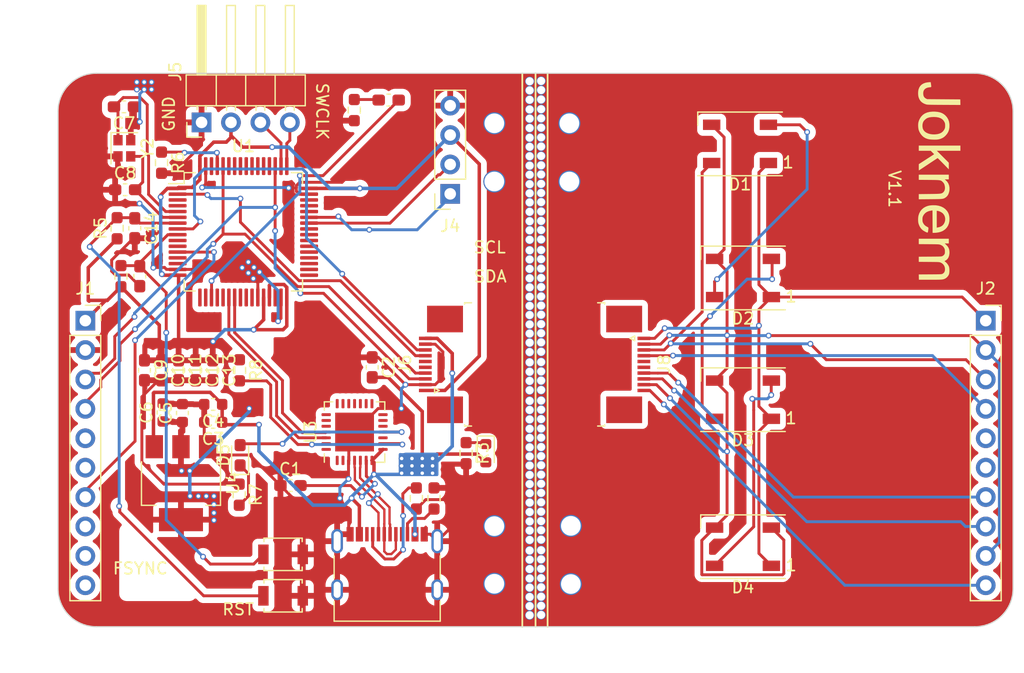
<source format=kicad_pcb>
(kicad_pcb (version 20221018) (generator pcbnew)
  (layers (0 "F.Cu" signal) (31 "B.Cu" signal) (34 "B.Paste" user) (35 "F.Paste" user) (36 "B.SilkS" user "B.Silkscreen") (37 "F.SilkS" user "F.Silkscreen") (38 "B.Mask" user) (39 "F.Mask" user) (44 "Edge.Cuts" user))
  (net 0 "")
  (net 1 "GND")
  (net 2 "Net-(U3-VDD)")
  (net 3 "+5V")
  (net 4 "+3.3V")
  (net 5 "Net-(U1-PF0)")
  (net 6 "Net-(U1-PF1)")
  (net 7 "NRST")
  (net 8 "/user_button")
  (net 9 "Net-(D1-DOUT)")
  (net 10 "/rgb")
  (net 11 "Net-(D2-DOUT)")
  (net 12 "Net-(D3-DOUT)")
  (net 13 "Net-(D5-K)")
  (net 14 "Net-(D5-A)")
  (net 15 "/MPU_SCL")
  (net 16 "/MPU_SDA")
  (net 19 "/AD0")
  (net 25 "/AD1")
  (net 26 "Net-(J3-CC1)")
  (net 27 "/D+")
  (net 28 "/D-")
  (net 30 "Net-(J3-CC2)")
  (net 32 "/SWCLK")
  (net 33 "/SWDIO")
  (net 38 "Net-(power_led1-K)")
  (net 39 "Net-(user_led1-K)")
  (net 40 "/BOOT")
  (net 41 "Net-(U3-~{RST})")
  (net 52 "/TX")
  (net 53 "/RX")
  (net 67 "/OLED_SCL")
  (net 68 "/OLED_SDA")
  (net 99 "/USER_LED")
  (net 100 "/+5V_b")
  (net 101 "/GND_b")
  (net 102 "/rgb_b")
  (net 103 "/AD1_b")
  (net 104 "/MPU_SDA_b")
  (net 105 "/MPU_SCL_b")
  (net 106 "/+3.3V_b")
  (footprint "Resistor_SMD:R_0603_1608Metric_Pad0.98x0.95mm_HandSolder" (layer "F.Cu") (at 90.17 81.6845 -90)
    (fp_text reference "R2" hide)
    (fp_text value "5.1k")
  )
  (footprint "Connector_PinSocket_2.54mm:PinSocket_1x10_P2.54mm_Vertical" (layer "F.Cu") (at 137.795 66.324)
    (fp_text reference "J2")
    (fp_text value "MPU_2")
  )
  (footprint "Resistor_SMD:R_0603_1608Metric_Pad0.98x0.95mm_HandSolder" (layer "F.Cu") (at 73.3806 70.6128 -90)
    (fp_text reference "R8")
    (fp_text value "4.7k")
  )
  (footprint "Capacitor_SMD:C_0603_1608Metric" (layer "F.Cu") (at 71.1076 73.5584 180)
    (fp_text reference "C4")
    (fp_text value "10uF")
  )
  (footprint "Capacitor_SMD:C_0603_1608Metric" (layer "F.Cu") (at 71.107 75.1078 180)
    (fp_text reference "C3")
    (fp_text value "0.1uF")
  )
  (footprint "Resistor_SMD:R_0603_1608Metric_Pad0.98x0.95mm_HandSolder" (layer "F.Cu") (at 66.6496 52.6777 -90)
    (fp_text reference "R6")
    (fp_text value "10k")
  )
  (footprint "Connector_PinSocket_2.54mm:PinSocket_1x04_P2.54mm_Vertical" (layer "F.Cu") (at 91.567 55.372 180)
    (fp_text reference "J4")
    (fp_text value "IIC_OLED")
  )
  (footprint "Package_DFN_QFN:QFN-28-1EP_5x5mm_P0.5mm_EP3.35x3.35mm" (layer "F.Cu") (at 83.312 75.946 90)
    (fp_text reference "U3")
    (fp_text value "CP2102N-Axx-xQFN28")
  )
  (footprint "Capacitor_SMD:C_0603_1608Metric_Pad1.08x0.95mm_HandSolder" (layer "F.Cu") (at 69.596 70.612 -90)
    (fp_text reference "C12")
    (fp_text value "100nF")
  )
  (footprint "Connector_FFC-FPC:TE_1-1734839-0_1x10-1MP_P0.5mm_Horizontal" (layer "F.Cu") (at 90.769 70.104 90)
    (fp_text reference "J6")
    (fp_text value "MPU_2_fpc1")
  )
  (footprint "Crystal:Crystal_SMD_2016-4Pin_2.0x1.6mm" (layer "F.Cu") (at 63.4398 51.434 -90)
    (fp_text reference "Y2")
    (fp_text value "Crystal_GND24")
  )
  (footprint "LED_SMD:LED_0603_1608Metric" (layer "F.Cu") (at 94.6404 77.7748 -90)
    (fp_text reference "power_led1" hide)
    (fp_text value "LED")
  )
  (footprint "Capacitor_SMD:C_0603_1608Metric" (layer "F.Cu") (at 66.7766 74.2572 90)
    (fp_text reference "C6")
    (fp_text value "0.1uF")
  )
  (footprint "LOGO:Joknem" (layer "F.Cu") (at 134.014714 54.346281 -90)
    (fp_text reference "G***" hide)
    (fp_text value "LOGO" hide)
  )
  (footprint "Resistor_SMD:R_0603_1608Metric_Pad0.98x0.95mm_HandSolder" (layer "F.Cu") (at 73.3552 81.3581 -90)
    (fp_text reference "R7")
    (fp_text value "500R")
  )
  (footprint "Package_QFP:LQFP-64_10x10mm_P0.5mm" (layer "F.Cu") (at 73.7108 58.6486)
    (fp_text reference "U1")
    (fp_text value "STM32G474RETx")
  )
  (footprint "Capacitor_SMD:C_0603_1608Metric_Pad1.08x0.95mm_HandSolder" (layer "F.Cu") (at 63.4061 47.8516 180)
    (fp_text reference "C7")
    (fp_text value "6.8pF")
  )
  (footprint "Capacitor_SMD:C_0603_1608Metric_Pad1.08x0.95mm_HandSolder" (layer "F.Cu") (at 84.836 70.358 -90)
    (fp_text reference "C2")
    (fp_text value "1uF")
  )
  (footprint "Capacitor_SMD:C_0603_1608Metric_Pad1.08x0.95mm_HandSolder" (layer "F.Cu") (at 64.3382 58.3449 -90)
    (fp_text reference "C14")
    (fp_text value "0.1uF")
  )
  (footprint "Connector_USB:USB_C_Receptacle_G-Switch_GT-USB-7010ASV" (layer "F.Cu") (at 86.126 88.4984)
    (fp_text reference "J3" hide)
    (fp_text value "USB_C_Receptacle_USB2.0")
  )
  (footprint "Connector_PinHeader_2.54mm:PinHeader_1x04_P2.54mm_Horizontal" (layer "F.Cu") (at 70.104 49.1998 90)
    (fp_text reference "J5")
    (fp_text value "SWD")
  )
  (footprint "Resistor_SMD:R_0603_1608Metric_Pad0.98x0.95mm_HandSolder" (layer "F.Cu") (at 88.646 81.6845 -90)
    (fp_text reference "R1" hide)
    (fp_text value "5.1k")
  )
  (footprint "Resistor_SMD:R_0603_1608Metric_Pad0.98x0.95mm_HandSolder" (layer "F.Cu") (at 62.8142 58.3419 90)
    (fp_text reference "R5")
    (fp_text value "1k")
  )
  (footprint "Capacitor_SMD:C_0603_1608Metric_Pad1.08x0.95mm_HandSolder" (layer "F.Cu") (at 63.5055 55.0144)
    (fp_text reference "C8")
    (fp_text value "6.8pF")
  )
  (footprint "Connector_PinSocket_2.54mm:PinSocket_1x10_P2.54mm_Vertical" (layer "F.Cu") (at 60.071 66.324)
    (fp_text reference "J1")
    (fp_text value "MPU_1")
  )
  (footprint "Package_TO_SOT_SMD:SOT-223-3_TabPin2" (layer "F.Cu") (at 68.326 80.3652 -90)
    (fp_text reference "U4")
    (fp_text value "AMS1117-3.3")
  )
  (footprint "Connector_FFC-FPC:TE_1-1734839-0_1x10-1MP_P0.5mm_Horizontal" (layer "F.Cu") (at 106.934 70.104 -90)
    (fp_text reference "J8")
    (fp_text value "MPU_2_fpc2")
  )
  (footprint "Resistor_SMD:R_0603_1608Metric_Pad0.98x0.95mm_HandSolder" (layer "F.Cu") (at 83.2866 48.1349 -90)
    (fp_text reference "R4" hide)
    (fp_text value "500R")
  )
  (footprint "Resistor_SMD:R_0603_1608Metric_Pad0.98x0.95mm_HandSolder" (layer "F.Cu") (at 63.1444 62.484 90)
    (fp_text reference "R9" hide)
    (fp_text value "10k")
  )
  (footprint "Capacitor_SMD:C_0603_1608Metric_Pad1.08x0.95mm_HandSolder" (layer "F.Cu") (at 68.1228 70.6098 -90)
    (fp_text reference "C11")
    (fp_text value "100nF")
  )
  (footprint "Capacitor_SMD:C_0603_1608Metric_Pad1.08x0.95mm_HandSolder" (layer "F.Cu") (at 64.77 62.484 90)
    (fp_text reference "C15" hide)
    (fp_text value "0.1uF")
  )
  (footprint "LED_SMD:LED_WS2812B_PLCC4_5.0x5.0mm_P3.2mm" (layer "F.Cu") (at 116.84 73.152 180)
    (fp_text reference "D3")
    (fp_text value "WS2812B")
  )
  (footprint "Button_Switch_SMD:SW_SPST_B3U-1000P" (layer "F.Cu") (at 77.1398 86.5124)
    (fp_text reference "SW2" hide)
    (fp_text value "USER_BUTTON")
  )
  (footprint "Capacitor_SMD:C_0603_1608Metric_Pad1.08x0.95mm_HandSolder" (layer "F.Cu") (at 86.2584 47.2694)
    (fp_text reference "user_led1" hide)
    (fp_text value "LED")
  )
  (footprint "Capacitor_SMD:C_0603_1608Metric_Pad1.08x0.95mm_HandSolder" (layer "F.Cu") (at 66.6496 70.6109 -90)
    (fp_text reference "C10")
    (fp_text value "100nF")
  )
  (footprint "Resistor_SMD:R_0603_1608Metric_Pad0.98x0.95mm_HandSolder" (layer "F.Cu") (at 92.9386 77.7748 -90)
    (fp_text reference "R3")
    (fp_text value "500R")
  )
  (footprint "LED_SMD:LED_WS2812B_PLCC4_5.0x5.0mm_P3.2mm" (layer "F.Cu") (at 116.84 85.852 180)
    (fp_text reference "D4")
    (fp_text value "WS2812B")
  )
  (footprint "Capacitor_SMD:C_0603_1608Metric_Pad1.08x0.95mm_HandSolder" (layer "F.Cu") (at 77.7737 80.5688)
    (fp_text reference "C1")
    (fp_text value "0.1uF")
  )
  (footprint "LED_SMD:LED_WS2812B_PLCC4_5.0x5.0mm_P3.2mm" (layer "F.Cu") (at 116.84 62.6364 180)
    (fp_text reference "D2")
    (fp_text value "WS2812B")
  )
  (footprint "Capacitor_SMD:C_0603_1608Metric_Pad1.08x0.95mm_HandSolder" (layer "F.Cu") (at 65.1764 70.6109 -90)
    (fp_text reference "C9")
    (fp_text value "100nF")
  )
  (footprint "Capacitor_SMD:C_0603_1608Metric" (layer "F.Cu") (at 68.453 74.308 90)
    (fp_text reference "C5")
    (fp_text value "10uF")
  )
  (footprint "LED_SMD:LED_0603_1608Metric_Pad1.05x0.95mm_HandSolder" (layer "F.Cu") (at 73.4314 77.9526 90)
    (fp_text reference "D5")
    (fp_text value "uart_led")
  )
  (footprint "Capacitor_SMD:C_0603_1608Metric_Pad1.08x0.95mm_HandSolder" (layer "F.Cu") (at 71.0692 70.6098 -90)
    (fp_text reference "C13")
    (fp_text value "4.7uF")
  )
  (footprint "LED_SMD:LED_WS2812B_PLCC4_5.0x5.0mm_P3.2mm" (layer "F.Cu") (at 116.586 51.054 180)
    (fp_text reference "D1")
    (fp_text value "WS2812B")
  )
  (footprint "Button_Switch_SMD:SW_SPST_B3U-1000P" (layer "F.Cu") (at 77.1398 90.0938)
    (fp_text reference "SW1" hide)
    (fp_text value "NRST_BUTTON")
  )
  (gr_line (start 99.9744 44.9834) (end 99.9744 92.7862) (stroke (width 0.15)) (layer "F.SilkS"))
  (gr_line (start 98.933 44.958) (end 98.933 92.7608) (stroke (width 0.15)) (layer "F.SilkS"))
  (gr_line (start 97.79 44.9834) (end 97.79 92.7862) (stroke (width 0.15)) (layer "F.SilkS"))
  (gr_arc (start 136.8552 44.958) (mid 139.190067 45.925133) (end 140.1572 48.26) (stroke (width 0.1)) (layer "Edge.Cuts"))
  (gr_line (start 57.7088 48.26) (end 57.7088 89.4588) (stroke (width 0.1)) (layer "Edge.Cuts"))
  (gr_arc (start 57.7088 48.26) (mid 58.675933 45.925133) (end 61.0108 44.958) (stroke (width 0.1)) (layer "Edge.Cuts"))
  (gr_line (start 136.8552 44.958) (end 61.0108 44.958) (stroke (width 0.1)) (layer "Edge.Cuts"))
  (gr_line (start 140.1572 48.26) (end 140.1572 89.4588) (stroke (width 0.1)) (layer "Edge.Cuts"))
  (gr_arc (start 61.0108 92.7608) (mid 58.675933 91.793667) (end 57.7088 89.4588) (stroke (width 0.1)) (layer "Edge.Cuts"))
  (gr_line (start 61.0108 92.7608) (end 136.8552 92.7608) (stroke (width 0.1)) (layer "Edge.Cuts"))
  (gr_arc (start 140.1572 89.4588) (mid 139.190067 91.793667) (end 136.8552 92.7608) (stroke (width 0.1)) (layer "Edge.Cuts"))
  (gr_text "V1.1\n" (at 129.3368 53.2384 270) (layer "F.SilkS") (effects (font (size 1 1)) (justify left bottom)))
  (gr_text "SDA" (at 93.5228 63.0936) (layer "F.SilkS") (effects (font (size 1 1)) (justify left bottom)))
  (gr_text "GND\n" (at 67.8688 50.0888 90) (layer "F.SilkS") (effects (font (size 1 1)) (justify left bottom)))
  (gr_text "SWCLK\n" (at 79.9338 45.6946 -90) (layer "F.SilkS") (effects (font (size 1 1)) (justify left bottom)))
  (gr_text "SCL\n" (at 93.4974 60.579) (layer "F.SilkS") (effects (font (size 1 1)) (justify left bottom)))
  (gr_text "RST\n" (at 71.8058 91.8464) (layer "F.SilkS") (effects (font (size 1 1)) (justify left bottom)))
  (gr_text "FSYNC" (at 62.357 88.3158) (layer "F.SilkS") (effects (font (size 1 1)) (justify left bottom)))
  (segment (start 66.6496 53.5902) (end 67.669773 53.5902) (width 0.25) (layer "F.Cu") (net 1))
  (segment (start 74.27 77.9276) (end 76.9112 80.5688) (width 0.25) (layer "F.Cu") (net 1))
  (segment (start 64.77 63.3465) (end 63.8075 62.384) (width 0.25) (layer "F.Cu") (net 1))
  (segment (start 88.646 82.597) (end 89.4585 81.7845) (width 0.25) (layer "F.Cu") (net 1))
  (segment (start 87.7036 71.854) (end 89.419 71.854) (width 0.25) (layer "F.Cu") (net 1))
  (segment (start 63.8075 62.384) (end 62.673905 62.384) (width 0.25) (layer "F.Cu") (net 1))
  (segment (start 69.6988 61.8986) (end 69.723 61.8744) (width 0.25) (layer "F.Cu") (net 1))
  (segment (start 89.846 84.7734) (end 90.446 85.3734) (width 0.25) (layer "F.Cu") (net 1))
  (segment (start 70.4608 54.5181) (end 70.1548 54.8241) (width 0.25) (layer "F.Cu") (net 1))
  (segment (start 74.9608 63.482915) (end 74.9608 64.3236) (width 0.25) (layer "F.Cu") (net 1))
  (segment (start 64.225505 59.2074) (end 64.3382 59.2074) (width 0.25) (layer "F.Cu") (net 1))
  (segment (start 92.9386 81.7372) (end 92.9386 78.6873) (width 0.25) (layer "F.Cu") (net 1))
  (segment (start 78.2858 55.139285) (end 78.2858 54.8132) (width 0.25) (layer "F.Cu") (net 1))
  (segment (start 71.3384 77.9276) (end 74.27 77.9276) (width 0.25) (layer "F.Cu") (net 1))
  (segment (start 66.384498 71.4734) (end 64.951 72.906898) (width 0.25) (layer "F.Cu") (net 1))
  (segment (start 67.080573 61.8986) (end 68.0358 61.8986) (width 0.25) (layer "F.Cu") (net 1))
  (segment (start 88.439 82.804) (end 88.646 82.597) (width 0.25) (layer "F.Cu") (net 1))
  (segment (start 78.0034 81.661) (end 82.042 81.661) (width 0.25) (layer "F.Cu") (net 1))
  (segment (start 78.235 54.864) (end 78.2858 54.8132) (width 0.25) (layer "F.Cu") (net 1))
  (segment (start 64.951 72.906898) (end 64.951 78.5402) (width 0.25) (layer "F.Cu") (net 1))
  (segment (start 77.6224 54.864) (end 78.235 54.864) (width 0.25) (layer "F.Cu") (net 1))
  (segment (start 66.6496 71.7296) (end 66.6496 71.4734) (width 0.25) (layer "F.Cu") (net 1))
  (segment (start 66.913173 61.7312) (end 67.080573 61.8986) (width 0.25) (layer "F.Cu") (net 1))
  (segment (start 90.269 68.354) (end 89.419 68.354) (width 0.25) (layer "F.Cu") (net 1))
  (segment (start 64.951 78.5402) (end 66.8564 80.4456) (width 0.25) (layer "F.Cu") (net 1))
  (segment (start 70.626 77.7164) (end 73.3552 80.4456) (width 0.25) (layer "F.Cu") (net 1))
  (segment (start 74.9608 63.0228) (end 74.9554 63.0174) (width 0.25) (layer "F.Cu") (net 1))
  (segment (start 92.9386 82.8808) (end 92.9386 81.7372) (width 0.25) (layer "F.Cu") (net 1))
  (segment (start 76.9112 80.5688) (end 78.0034 81.661) (width 0.25) (layer "F.Cu") (net 1))
  (segment (start 82.7875 78.4205) (end 82.812 78.396) (width 0.25) (layer "F.Cu") (net 1))
  (segment (start 66.8564 80.4456) (end 73.3552 80.4456) (width 0.25) (layer "F.Cu") (net 1))
  (segment (start 78.2858 54.657915) (end 78.571515 54.3722) (width 0.25) (layer "F.Cu") (net 1))
  (segment (start 65.9546 61.7312) (end 66.913173 61.7312) (width 0.25) (layer "F.Cu") (net 1))
  (segment (start 64.3382 59.2074) (end 65.8876 59.2074) (width 0.25) (layer "F.Cu") (net 1))
  (segment (start 85.345992 73.914) (end 87.3506 73.914) (width 0.25) (layer "F.Cu") (net 1))
  (segment (start 83.312 75.946) (end 83.313992 75.946) (width 0.25) (layer "F.Cu") (net 1))
  (segment (start 70.332 75.1078) (end 70.332 76.9212) (width 0.25) (layer "F.Cu") (net 1))
  (segment (start 89.4585 81.7845) (end 92.8913 81.7845) (width 0.25) (layer "F.Cu") (net 1))
  (segment (start 78.2858 54.8132) (end 78.2858 54.657915) (width 0.25) (layer "F.Cu") (net 1))
  (segment (start 90.932 71.191) (end 90.932 69.017) (width 0.25) (layer "F.Cu") (net 1))
  (segment (start 78.571515 54.3722) (end 82.229 54.3722) (width 0.25) (layer "F.Cu") (net 1))
  (segment (start 82.229 54.3722) (end 83.1596 53.4416) (width 0.25) (layer "F.Cu") (net 1))
  (segment (start 70.332 76.9212) (end 70.626 77.2152) (width 0.25) (layer "F.Cu") (net 1))
  (segment (start 89.419 71.854) (end 90.269 71.854) (width 0.25) (layer "F.Cu") (net 1))
  (segment (start 64.747967 56.206833) (end 63.401767 56.206833) (width 0.25) (layer "F.Cu") (net 1))
  (segment (start 92.8913 81.7845) (end 92.9386 81.7372) (width 0.25) (layer "F.Cu") (net 1))
  (segment (start 90.269 71.854) (end 90.932 71.191) (width 0.25) (layer "F.Cu") (net 1))
  (segment (start 76.9608 64.3236) (end 76.9608 66.1174) (width 0.25) (layer "F.Cu") (net 1))
  (segment (start 62.3444 61.088505) (end 64.225505 59.2074) (width 0.25) (layer "F.Cu") (net 1))
  (segment (start 67.669773 53.5902) (end 70.104 51.155973) (width 0.25) (layer "F.Cu") (net 1))
  (segment (start 76.9608 66.1174) (end 76.708 66.3702) (width 0.25) (layer "F.Cu") (net 1))
  (segment (start 78.545115 55.3986) (end 78.2858 55.139285) (width 0.25) (layer "F.Cu") (net 1))
  (segment (start 90.446 85.3734) (end 92.9386 82.8808) (width 0.25) (layer "F.Cu") (net 1))
  (segment (start 79.3858 55.3986) (end 78.545115 55.3986) (width 0.25) (layer "F.Cu") (net 1))
  (segment (start 82.812 76.446) (end 82.812 78.396) (width 0.25) (layer "F.Cu") (net 1))
  (segment (start 70.626 77.2152) (end 70.626 77.7164) (width 0.25) (layer "F.Cu") (net 1))
  (segment (start 66.6496 71.4734) (end 66.384498 71.4734) (width 0.25) (layer "F.Cu") (net 1))
  (segment (start 65.8876 59.2074) (end 65.913 59.2328) (width 0.25) (layer "F.Cu") (net 1))
  (segment (start 74.9608 64.3236) (end 74.9608 63.0228) (width 0.25) (layer "F.Cu") (net 1))
  (segment (start 83.312 75.946) (end 82.812 76.446) (width 0.25) (layer "F.Cu") (net 1))
  (segment (start 90.932 69.017) (end 90.269 68.354) (width 0.25) (layer "F.Cu") (net 1))
  (segment (start 70.4608 52.9736) (end 70.4608 54.5181) (width 0.25) (layer "F.Cu") (net 1))
  (segment (start 82.7875 79.9943) (end 82.7875 78.4205) (width 0.25) (layer "F.Cu") (net 1))
  (segment (start 63.9898 48.1304) (end 63.9898 50.734) (width 0.25) (layer "F.Cu") (net 1))
  (segment (start 84.836 69.4955) (end 85.3451 69.4955) (width 0.25) (layer "F.Cu") (net 1))
  (segment (start 70.626 77.2152) (end 71.3384 77.9276) (width 0.25) (layer "F.Cu") (net 1))
  (segment (start 63.401767 56.206833) (end 63.3984 56.2102) (width 0.25) (layer "F.Cu") (net 1))
  (segment (start 85.3451 69.4955) (end 87.7036 71.854) (width 0.25) (layer "F.Cu") (net 1))
  (segment (start 65.9384 61.7474) (end 65.9546 61.7312) (width 0.25) (layer "F.Cu") (net 1))
  (segment (start 62.3444 62.054495) (end 62.3444 61.088505) (width 0.25) (layer "F.Cu") (net 1))
  (segment (start 83.313992 75.946) (end 85.345992 73.914) (width 0.25) (layer "F.Cu") (net 1))
  (segment (start 64.2686 47.8516) (end 63.9898 48.1304) (width 0.25) (layer "F.Cu") (net 1))
  (segment (start 68.0358 61.8986) (end 69.6988 61.8986) (width 0.25) (layer "F.Cu") (net 1))
  (segment (start 70.104 51.155973) (end 70.104 49.1998) (width 0.25) (layer "F.Cu") (net 1))
  (segment (start 62.673905 62.384) (end 62.3444 62.054495) (width 0.25) (layer "F.Cu") (net 1))
  (segment (start 89.326 84.7734) (end 89.846 84.7734) (width 0.25) (layer "F.Cu") (net 1))
  (via (at 99.4156 72.3138) (size 0.8) (drill 0.7) (layers "F.Cu" "B.Cu") (net 1))
  (via (at 98.425 75.6666) (size 0.8) (drill 0.7) (layers "F.Cu" "B.Cu") (net 1))
  (via (at 74.1426 62.2046) (size 0.5) (drill 0.3) (layers "F.Cu" "B.Cu") (net 1))
  (via (at 99.4156 61.8236) (size 0.8) (drill 0.7) (layers "F.Cu" "B.Cu") (net 1))
  (via (at 98.425 81.2292) (size 0.8) (drill 0.7) (layers "F.Cu" "B.Cu") (net 1))
  (via (at 98.425 85.2678) (size 0.8) (drill 0.7) (layers "F.Cu" "B.Cu") (net 1))
  (via (at 101.981 89.0778) (size 1.9) (drill 1.7) (layers "F.Cu" "B.Cu") (net 1))
  (via (at 99.4156 51.2826) (size 0.8) (drill 0.7) (layers "F.Cu" "B.Cu") (net 1))
  (via (at 65.786 46.355) (size 0.5) (drill 0.3) (layers "F.Cu" "B.Cu") (net 1))
  (via (at 99.4156 82.0166) (size 0.8) (drill 0.7) (layers "F.Cu" "B.Cu") (net 1))
  (via (at 98.425 50.5206) (size 0.8) (drill 0.7) (layers "F.Cu" "B.Cu") (net 1))
  (via (at 70.1548 54.8241) (size 0.5) (drill 0.3) (layers "F.Cu" "B.Cu") (net 1))
  (via (at 98.425 46.4312) (size 0.8) (drill 0.7) (layers "F.Cu" "B.Cu") (net 1))
  (via (at 98.425 84.455) (size 0.8) (drill 0.7) (layers "F.Cu" "B.Cu") (net 1))
  (via (at 98.425 90.1954) (size 0.8) (drill 0.7) (layers "F.Cu" "B.Cu") (net 1))
  (via (at 74.5744 62.6872) (size 0.5) (drill 0.3) (layers "F.Cu" "B.Cu") (net 1))
  (via (at 99.4156 66.6242) (size 0.8) (drill 0.7) (layers "F.Cu" "B.Cu") (net 1))
  (via (at 99.4156 77.2414) (size 0.8) (drill 0.7) (layers "F.Cu" "B.Cu") (net 1))
  (via (at 99.4156 91.7448) (size 0.8) (drill 0.7) (layers "F.Cu" "B.Cu") (net 1))
  (via (at 98.425 87.7824) (size 0.8) (drill 0.7) (layers "F.Cu" "B.Cu") (net 1))
  (via (at 98.425 61.849) (size 0.8) (drill 0.7) (layers "F.Cu" "B.Cu") (net 1))
  (via (at 99.4156 70.7136) (size 0.8) (drill 0.7) (layers "F.Cu" "B.Cu") (net 1))
  (via (at 98.425 82.8548) (size 0.8) (drill 0.7) (layers "F.Cu" "B.Cu") (net 1))
  (via (at 99.4156 74.0156) (size 0.8) (drill 0.7) (layers "F.Cu" "B.Cu") (net 1))
  (via (at 87.3506 73.914) (size 0.5) (drill 0.3) (layers "F.Cu" "B.Cu") (net 1))
  (via (at 98.425 57.7342) (size 0.8) (drill 0.7) (layers "F.Cu" "B.Cu") (net 1))
  (via (at 101.854 54.3052) (size 1.9) (drill 1.7) (layers "F.Cu" "B.Cu") (net 1))
  (via (at 98.425 74.041) (size 0.8) (drill 0.7) (layers "F.Cu" "B.Cu") (net 1))
  (via (at 99.4156 65.8114) (size 0.8) (drill 0.7) (layers "F.Cu" "B.Cu") (net 1))
  (via (at 98.425 62.6618) (size 0.8) (drill 0.7) (layers "F.Cu" "B.Cu") (net 1))
  (via (at 98.425 48.0822) (size 0.8) (drill 0.7) (layers "F.Cu" "B.Cu") (net 1))
  (via (at 99.4156 60.2234) (size 0.8) (drill 0.7) (layers "F.Cu" "B.Cu") (net 1))
  (via (at 99.4156 84.4296) (size 0.8) (drill 0.7) (layers "F.Cu" "B.Cu") (net 1))
  (via (at 99.4156 63.4238) (size 0.8) (drill 0.7) (layers "F.Cu" "B.Cu") (net 1))
  (via (at 98.425 66.6496) (size 0.8) (drill 0.7) (layers "F.Cu" "B.Cu") (net 1))
  (via (at 99.4156 87.757) (size 0.8) (drill 0.7) (layers "F.Cu" "B.Cu") (net 1))
  (via (at 98.425 70.739) (size 0.8) (drill 0.7) (layers "F.Cu" "B.Cu") (net 1))
  (via (at 99.4156 69.9008) (size 0.8) (drill 0.7) (layers "F.Cu" "B.Cu") (net 1))
  (via (at 64.747967 56.206833) (size 0.5) (drill 0.3) (layers "F.Cu" "B.Cu") (net 1))
  (via (at 98.425 53.721) (size 0.8) (drill 0.7) (layers "F.Cu" "B.Cu") (net 1))
  (via (at 73.6092 61.7474) (size 0.5) (drill 0.3) (layers "F.Cu" "B.Cu") (net 1))
  (via (at 98.425 78.0542) (size 0.8) (drill 0.7) (layers "F.Cu" "B.Cu") (net 1))
  (via (at 98.425 68.2244) (size 0.8) (drill 0.7) (layers "F.Cu" "B.Cu") (net 1))
  (via (at 99.4156 90.9574) (size 0.8) (drill 0.7) (layers "F.Cu" "B.Cu") (net 1))
  (via (at 99.4156 52.0954) (size 0.8) (drill 0.7) (layers "F.Cu" "B.Cu") (net 1))
  (via (at 98.425 83.6676) (size 0.8) (drill 0.7) (layers "F.Cu" "B.Cu") (net 1))
  (via (at 99.4156 47.2186) (size 0.8) (drill 0.7) (layers "F.Cu" "B.Cu") (net 1))
  (via (at 65.786 45.72) (size 0.5) (drill 0.3) (layers "F.Cu" "B.Cu") (net 1))
  (via (at 98.425 82.042) (size 0.8) (drill 0.7) (layers "F.Cu" "B.Cu") (net 1))
  (via (at 75.1078 62.1284) (size 0.5) (drill 0.3) (layers "F.Cu" "B.Cu") (net 1))
  (via (at 98.425 73.2536) (size 0.8) (drill 0.7) (layers "F.Cu" "B.Cu") (net 1))
  (via (at 99.4156 82.8294) (size 0.8) (drill 0.7) (layers "F.Cu" "B.Cu") (net 1))
  (via (at 98.425 65.8368) (size 0.8) (drill 0.7) (layers "F.Cu" "B.Cu") (net 1))
  (via (at 98.425 72.3392) (size 0.8) (drill 0.7) (layers "F.Cu" "B.Cu") (net 1))
  (via (at 98.425 88.5952) (size 0.8) (drill 0.7) (layers "F.Cu" "B.Cu") (net 1))
  (via (at 98.425 48.8696) (size 0.8) (drill 0.7) (layers "F.Cu" "B.Cu") (net 1))
  (via (at 98.425 74.8538) (size 0.8) (drill 0.7) (layers "F.Cu" "B.Cu") (net 1))
  (via (at 98.425 45.6438) (size 0.8) (drill 0.7) (layers "F.Cu" "B.Cu") (net 1))
  (via (at 98.425 78.8416) (size 0.8) (drill 0.7) (layers "F.Cu" "B.Cu") (net 1))
  (via (at 99.4156 90.17) (size 0.8) (drill 0.7) (layers "F.Cu" "B.Cu") (net 1))
  (via (at 99.4156 74.8284) (size 0.8) (drill 0.7) (layers "F.Cu" "B.Cu") (net 1))
  (via (at 99.4156 71.501) (size 0.8) (drill 0.7) (layers "F.Cu" "B.Cu") (net 1))
  (via (at 65.151 45.72) (size 0.5) (drill 0.3) (layers "F.Cu" "B.Cu") (net 1))
  (via (at 64.516 46.355) (size 0.5) (drill 0.3) (layers "F.Cu" "B.Cu") (net 1))
  (via (at 98.425 65.0494) (size 0.8) (drill 0.7) (layers "F.Cu" "B.Cu") (net 1))
  (via (at 99.4156 67.4116) (size 0.8) (drill 0.7) (layers "F.Cu" "B.Cu") (net 1))
  (via (at 98.425 76.454) (size 0.8) (drill 0.7) (layers "F.Cu" "B.Cu") (net 1))
  (via (at 98.425 61.0362) (size 0.8) (drill 0.7) (layers "F.Cu" "B.Cu") (net 1))
  (via (at 99.4156 52.9082) (size 0.8) (drill 0.7) (layers "F.Cu" "B.Cu") (net 1))
  (via (at 99.4156 64.2366) (size 0.8) (drill 0.7) (layers "F.Cu" "B.Cu") (net 1))
  (via (at 95.377 84.074) (size 1.9) (drill 1.7) (layers "F.Cu" "B.Cu") (net 1))
  (via (at 82.042 81.661) (size 0.5) (drill 0.3) (layers "F.Cu" "B.Cu") (net 1))
  (via (at 99.4156 48.0568) (size 0.8) (drill 0.7) (layers "F.Cu" "B.Cu") (net 1))
  (via (at 99.4156 85.2424) (size 0.8) (drill 0.7) (layers "F.Cu" "B.Cu") (net 1))
  (via (at 98.425 64.262) (size 0.8) (drill 0.7) (layers "F.Cu" "B.Cu") (net 1))
  (via (at 95.377 54.3052) (size 1.9) (drill 1.7) (layers "F.Cu" "B.Cu") (net 1))
  (via (at 99.4156 73.2282) (size 0.8) (drill 0.7) (layers "F.Cu" "B.Cu") (net 1))
  (via (at 99.4156 78.0288) (size 0.8) (drill 0.7) (layers "F.Cu" "B.Cu") (net 1))
  (via (at 99.4156 55.2958) (size 0.8) (drill 0.7) (layers "F.Cu" "B.Cu") (net 1))
  (via (at 98.425 58.5216) (size 0.8) (drill 0.7) (layers "F.Cu" "B.Cu") (net 1))
  (via (at 98.425 52.9336) (size 0.8) (drill 0.7) (layers "F.Cu" "B.Cu") (net 1))
  (via (at 99.4156 61.0108) (size 0.8) (drill 0.7) (layers "F.Cu" "B.Cu") (net 1))
  (via (at 95.377 89.0524) (size 1.9) (drill 1.7) (layers "F.Cu" "B.Cu") (net 1))
  (via (at 99.4156 59.309) (size 0.8) (drill 0.7) (layers "F.Cu" "B.Cu") (net 1))
  (via (at 99.4156 79.629) (size 0.8) (drill 0.7) (layers "F.Cu" "B.Cu") (net 1))
  (via (at 64.77 49.149) (size 0.5) (drill 0.3) (layers "F.Cu" "B.Cu") (net 1))
  (via (at 65.151 46.355) (size 0.5) (drill 0.3) (layers "F.Cu" "B.Cu") (net 1))
  (via (at 99.4156 69.0118) (size 0.8) (drill 0.7) (layers "F.Cu" "B.Cu") (net 1))
  (via (at 101.854 49.276) (size 1.9) (drill 1.7) (layers "F.Cu" "B.Cu") (net 1))
  (via (at 99.4156 75.6412) (size 0.8) (drill 0.7) (layers "F.Cu" "B.Cu") (net 1))
  (via (at 99.4156 53.6956) (size 0.8) (drill 0.7) (layers "F.Cu" "B.Cu") (net 1))
  (via (at 98.425 56.9214) (size 0.8) (drill 0.7) (layers "F.Cu" "B.Cu") (net 1))
  (via (at 98.425 69.9262) (size 0.8) (drill 0.7) (layers "F.Cu" "B.Cu") (net 1))
  (via (at 98.425 89.3826) (size 0.8) (drill 0.7) (layers "F.Cu" "B.Cu") (net 1))
  (via (at 99.4156 68.199) (size 0.8) (drill 0.7) (layers "F.Cu" "B.Cu") (net 1))
  (via (at 98.425 60.2488) (size 0.8) (drill 0.7) (layers "F.Cu" "B.Cu") (net 1))
  (via (at 98.425 51.308) (size 0.8) (drill 0.7) (layers "F.Cu" "B.Cu") (net 1))
  (via (at 98.425 71.5264) (size 0.8) (drill 0.7) (layers "F.Cu" "B.Cu") (net 1))
  (via (at 98.425 77.2668) (size 0.8) (drill 0.7) (layers "F.Cu" "B.Cu") (net 1))
  (via (at 98.425 91.7702) (size 0.8) (drill 0.7) (layers "F.Cu" "B.Cu") (net 1))
  (via (at 99.4156 56.896) (size 0.8) (drill 0.7) (layers "F.Cu" "B.Cu") (net 1))
  (via (at 99.4156 81.2038) (size 0.8) (drill 0.7) (layers "F.Cu" "B.Cu") (net 1))
  (via (at 98.425 59.3344) (size 0.8) (drill 0.7) (layers "F.Cu" "B.Cu") (net 1))
  (via (at 99.4156 46.4058) (size 0.8) (drill 0.7) (layers "F.Cu" "B.Cu") (net 1))
  (via (at 99.4156 57.7088) (size 0.8) (drill 0.7) (layers "F.Cu" "B.Cu") (net 1))
  (via (at 98.425 69.0372) (size 0.8) (drill 0.7) (layers "F.Cu" "B.Cu") (net 1))
  (via (at 99.4156 83.6422) (size 0.8) (drill 0.7) (layers "F.Cu" "B.Cu") (net 1))
  (via (at 98.425 52.1208) (size 0.8) (drill 0.7) (layers "F.Cu" "B.Cu") (net 1))
  (via (at 99.4156 54.5084) (size 0.8) (drill 0.7) (layers "F.Cu" "B.Cu") (net 1))
  (via (at 99.4156 62.6364) (size 0.8) (drill 0.7) (layers "F.Cu" "B.Cu") (net 1))
  (via (at 99.4156 76.4286) (size 0.8) (drill 0.7) (layers "F.Cu" "B.Cu") (net 1))
  (via (at 98.425 63.4492) (size 0.8) (drill 0.7) (layers "F.Cu" "B.Cu") (net 1))
  (via (at 99.4156 50.4952) (size 0.8) (drill 0.7) (layers "F.Cu" "B.Cu") (net 1))
  (via (at 74.6252 61.722) (size 0.5) (drill 0.3) (layers "F.Cu" "B.Cu") (net 1))
  (via (at 99.4156 86.1568) (size 0.8) (drill 0.7) (layers "F.Cu" "B.Cu") (net 1))
  (via (at 74.1426 61.2648) (size 0.5) (drill 0.3) (layers "F.Cu" "B.Cu") (net 1))
  (via (at 65.9384 61.7474) (size 0.5) (drill 0.3) (layers "F.Cu" "B.Cu") (net 1))
  (via (at 99.4156 78.8162) (size 0.8) (drill 0.7) (layers "F.Cu" "B.Cu") (net 1))
  (via (at 77.6224 54.864) (size 0.5) (drill 0.3) (layers "F.Cu" "B.Cu") (net 1))
  (via (at 98.425 55.3212) (size 0.8) (drill 0.7) (layers "F.Cu" "B.Cu") (net 1))
  (via (at 82.7875 79.9943) (size 0.5) (drill 0.3) (layers "F.Cu" "B.Cu") (net 1))
  (via (at 99.4156 48.8442) (size 0.8) (drill 0.7) (layers "F.Cu" "B.Cu") (net 1))
  (via (at 76.708 66.3702) (size 0.5) (drill 0.3) (layers "F.Cu" "B.Cu") (net 1))
  (via (at 99.4156 56.0832) (size 0.8) (drill 0.7) (layers "F.Cu" "B.Cu") (net 1))
  (via (at 98.425 67.437) (size 0.8) (drill 0.7) (layers "F.Cu" "B.Cu") (net 1))
  (via (at 98.425 86.9696) (size 0.8) (drill 0.7) (layers "F.Cu" "B.Cu") (net 1))
  (via (at 99.4156 45.6184) (size 0.8) (drill 0.7) (layers "F.Cu" "B.Cu") (net 1))
  (via (at 99.4156 49.657) (size 0.8) (drill 0.7) (layers "F.Cu" "B.Cu") (net 1))
  (via (at 65.913 59.2328) (size 0.5) (drill 0.3) (layers "F.Cu" "B.Cu") (net 1))
  (via (at 98.425 54.5338) (size 0.8) (drill 0.7) (layers "F.Cu" "B.Cu") (net 1))
  (via (at 99.4156 65.024) (size 0.8) (drill 0.7) (layers "F.Cu" "B.Cu") (net 1))
  (via (at 98.425 86.1822) (size 0.8) (drill 0.7) (layers "F.Cu" "B.Cu") (net 1))
  (via (at 98.425 56.1086) (size 0.8) (drill 0.7) (layers "F.Cu" "B.Cu") (net 1))
  (via (at 99.4156 58.4962) (size 0.8) (drill 0.7) (layers "F.Cu" "B.Cu") (net 1))
  (via (at 98.425 47.244) (size 0.8) (drill 0.7) (layers "F.Cu" "B.Cu") (net 1))
  (via (at 98.425 90.9828) (size 0.8) (drill 0.7) (layers "F.Cu" "B.Cu") (net 1))
  (via (at 99.4156 88.5698) (size 0.8) (drill 0.7) (layers "F.Cu" "B.Cu") (net 1))
  (via (at 98.425 79.6544) (size 0.8) (drill 0.7) (layers "F.Cu" "B.Cu") (net 1))
  (via (at 99.4156 86.9442) (size 0.8) (drill 0.7) (layers "F.Cu" "B.Cu") (net 1))
  (via (at 87.7036 71.854) (size 0.5) (drill 0.3) (layers "F.Cu" "B.Cu") (net 1))
  (via (at 64.516 45.72) (size 0.5) (drill 0.3) (layers "F.Cu" "B.Cu") (net 1))
  (via (at 101.981 84.0486) (size 1.9) (drill 1.7) (layers "F.Cu" "B.Cu") (net 1))
  (via (at 99.4156 89.3572) (size 0.8) (drill 0.7) (layers "F.Cu" "B.Cu") (net 1))
  (via (at 98.425 49.6824) (size 0.8) (drill 0.7) (layers "F.Cu" "B.Cu") (net 1))
  (via (at 98.425 80.4418) (size 0.8) (drill 0.7) (layers "F.Cu" "B.Cu") (net 1))
  (via (at 99.4156 80.4164) (size 0.8) (drill 0.7) (layers "F.Cu" "B.Cu") (net 1))
  (via (at 95.377 49.276) (size 1.9) (drill 1.7) (layers "F.Cu" "B.Cu") (net 1))
  (segment (start 65.913 57.3278) (end 64.77 56.1848) (width 0.25) (layer "B.Cu") (net 1))
  (segment (start 64.77 56.1848) (end 64.747967 56.206833) (width 0.25) (layer "B.Cu") (net 1))
  (segment (start 76.708 66.3702) (end 76.708 63.7286) (width 0.25) (layer "B.Cu") (net 1))
  (segment (start 87.3506 72.207) (end 87.7036 71.854) (width 0.25) (layer "B.Cu") (net 1))
  (segment (start 64.77 49.149) (end 64.77 46.736) (width 0.25) (layer "B.Cu") (net 1))
  (segment (start 76.708 63.7286) (end 75.1078 62.1284) (width 0.25) (layer "B.Cu") (net 1))
  (segment (start 65.913 61.722) (end 65.9384 61.7474) (width 0.25) (layer "B.Cu") (net 1))
  (segment (start 82.042 81.661) (end 82.042 80.7398) (width 0.25) (layer "B.Cu") (net 1))
  (segment (start 82.042 80.7398) (end 82.7875 79.9943) (width 0.25) (layer "B.Cu") (net 1))
  (segment (start 87.3506 73.914) (end 87.3506 72.207) (width 0.25) (layer "B.Cu") (net 1))
  (segment (start 65.913 59.2328) (end 65.913 61.722) (width 0.25) (layer "B.Cu") (net 1))
  (segment (start 70.1548 54.8241) (end 77.5825 54.8241) (width 0.25) (layer "B.Cu") (net 1))
  (segment (start 64.77 46.736) (end 65.151 46.355) (width 0.25) (layer "B.Cu") (net 1))
  (segment (start 65.913 59.2328) (end 65.913 57.3278) (width 0.25) (layer "B.Cu") (net 1))
  (segment (start 77.5825 54.8241) (end 77.6224 54.864) (width 0.25) (layer "B.Cu") (net 1))
  (segment (start 84.986844 80.414844) (end 84.328 79.756) (width 0.25) (layer "F.Cu") (net 2))
  (segment (start 85.066156 80.414844) (end 84.986844 80.414844) (width 0.25) (layer "F.Cu") (net 2))
  (segment (start 84.328 78.412) (end 84.312 78.396) (width 0.25) (layer "F.Cu") (net 2))
  (segment (start 84.328 79.756) (end 84.328 78.412) (width 0.25) (layer "F.Cu") (net 2))
  (segment (start 78.6362 80.5688) (end 82.9818 80.5688) (width 0.25) (layer "F.Cu") (net 2))
  (segment (start 82.9818 80.5688) (end 83.947 81.534) (width 0.25) (layer "F.Cu") (net 2))
  (via (at 85.066156 80.414844) (size 0.5) (drill 0.3) (layers "F.Cu" "B.Cu") (net 2))
  (via (at 83.947 81.534) (size 0.5) (drill 0.3) (layers "F.Cu" "B.Cu") (net 2))
  (segment (start 83.947 81.534) (end 85.066156 80.414844) (width 0.25) (layer "B.Cu") (net 2))
  (segment (start 89.154 74.168) (end 89.154 78.232) (width 0.3) (layer "F.Cu") (net 3))
  (segment (start 84.988233 79.603767) (end 84.988233 78.572233) (width 0.3) (layer "F.Cu") (net 3))
  (segment (start 65.9516 77.1408) (end 65.9516 72.57805) (width 0.3) (layer "F.Cu") (net 3))
  (segment (start 72.0852 75.311) (end 71.882 75.1078) (width 0.3) (layer "F.Cu") (net 3))
  (segment (start 83.726 82.329) (end 83.058 81.661) (width 0.3) (layer "F.Cu") (net 3))
  (segment (start 71.8826 73.5584) (end 71.8826 75.1072) (width 0.3) (layer "F.Cu") (net 3))
  (segment (start 90.440752 67.854) (end 91.7448 69.158048) (width 0.3) (layer "F.Cu") (net 3))
  (segment (start 84.988233 79.603767) (end 85.103608 79.603767) (width 0.3) (layer "F.Cu") (net 3))
  (segment (start 86.2065 71.2205) (end 89.154 74.168) (width 0.3) (layer "F.Cu") (net 3))
  (segment (start 93.9279 77.8498) (end 94.6404 78.5623) (width 0.3) (layer "F.Cu") (net 3))
  (segment (start 84.812 78.396) (end 85.762 77.446) (width 0.3) (layer "F.Cu") (net 3))
  (segment (start 71.8826 75.1072) (end 71.882 75.1078) (width 0.3) (layer "F.Cu") (net 3))
  (segment (start 66.026 77.2152) (end 65.9516 77.1408) (width 0.3) (layer "F.Cu") (net 3))
  (segment (start 84.836 71.2205) (end 86.2065 71.2205) (width 0.3) (layer "F.Cu") (net 3))
  (segment (start 65.9516 72.57805) (end 66.01265 72.517) (width 0.3) (layer "F.Cu") (net 3))
  (segment (start 91.7448 69.158048) (end 91.7448 70.866) (width 0.3) (layer "F.Cu") (net 3))
  (segment (start 83.726 84.7734) (end 83.726 82.329) (width 0.3) (layer "F.Cu") (net 3))
  (segment (start 84.988233 78.572233) (end 84.812 78.396) (width 0.3) (layer "F.Cu") (net 3))
  (segment (start 75.057 75.311) (end 72.0852 75.311) (width 0.3) (layer "F.Cu") (net 3))
  (segment (start 89.419 67.854) (end 90.440752 67.854) (width 0.3) (layer "F.Cu") (net 3))
  (segment (start 90.4252 77.8498) (end 93.9279 77.8498) (width 0.3) (layer "F.Cu") (net 3))
  (segment (start 90.043 78.232) (end 90.4252 77.8498) (width 0.3) (layer "F.Cu") (net 3))
  (segment (start 66.01265 72.517) (end 70.8412 72.517) (width 0.3) (layer "F.Cu") (net 3))
  (segment (start 70.8412 72.517) (end 71.8826 73.5584) (width 0.3) (layer "F.Cu") (net 3))
  (via (at 89.154 79.502) (size 0.5) (drill 0.3) (layers "F.Cu" "B.Cu") (net 3))
  (via (at 87.376 78.867) (size 0.5) (drill 0.3) (layers "F.Cu" "B.Cu") (net 3))
  (via (at 88.265 78.867) (size 0.5) (drill 0.3) (layers "F.Cu" "B.Cu") (net 3))
  (via (at 75.057 75.311) (size 0.5) (drill 0.3) (layers "F.Cu" "B.Cu") (net 3))
  (via (at 90.043 78.232) (size 0.5) (drill 0.3) (layers "F.Cu" "B.Cu") (net 3))
  (via (at 89.154 78.867) (size 0.5) (drill 0.3) (layers "F.Cu" "B.Cu") (net 3))
  (via (at 90.043 78.867) (size 0.5) (drill 0.3) (layers "F.Cu" "B.Cu") (net 3))
  (via (at 88.526 84.7734) (size 0.5) (drill 0.3) (layers "F.Cu" "B.Cu") (net 3))
  (via (at 89.154 78.232) (size 0.5) (drill 0.3) (layers "F.Cu" "B.Cu") (net 3))
  (via (at 83.058 81.661) (size 0.5) (drill 0.3) (layers "F.Cu" "B.Cu") (net 3))
  (via (at 90.043 79.502) (size 0.5) (drill 0.3) (layers "F.Cu" "B.Cu") (net 3))
  (via (at 84.988233 79.603767) (size 0.5) (drill 0.3) (layers "F.Cu" "B.Cu") (net 3))
  (via (at 91.7448 70.866) (size 0.5) (drill 0.3) (layers "F.Cu" "B.Cu") (net 3))
  (via (at 87.376 78.232) (size 0.5) (drill 0.3) (layers "F.Cu" "B.Cu") (net 3))
  (via (at 88.265 78.232) (size 0.5) (drill 0.3) (layers "F.Cu" "B.Cu") (net 3))
  (via (at 87.376 79.502) (size 0.5) (drill 0.3) (layers "F.Cu" "B.Cu") (net 3))
  (via (at 88.265 79.502) (size 0.5) (drill 0.3) (layers "F.Cu" "B.Cu") (net 3))
  (segment (start 91.7448 70.866) (end 91.7448 77.1652) (width 0.3) (layer "B.Cu") (net 3))
  (segment (start 75.057 77.597) (end 75.057 75.311) (width 0.3) (layer "B.Cu") (net 3))
  (segment (start 88.526 83.026159) (end 88.526 84.7734) (width 0.3) (layer "B.Cu") (net 3))
  (segment (start 79.721 82.261) (end 75.057 77.597) (width 0.3) (layer "B.Cu") (net 3))
  (segment (start 87.274233 79.603767) (end 87.376 79.502) (width 0.3) (layer "B.Cu") (net 3))
  (segment (start 85.103608 79.603767) (end 88.526 83.026159) (width 0.3) (layer "B.Cu") (net 3))
  (segment (start 82.458 82.261) (end 79.721 82.261) (width 0.3) (layer "B.Cu") (net 3))
  (segment (start 84.988233 79.603767) (end 85.103608 79.603767) (width 0.3) (layer "B.Cu") (net 3))
  (segment (start 83.058 81.661) (end 82.458 82.261) (width 0.3) (layer "B.Cu") (net 3))
  (segment (start 83.058 81.661) (end 83.058 81.534) (width 0.3) (layer "B.Cu") (net 3))
  (segment (start 84.988233 79.603767) (end 87.274233 79.603767) (width 0.3) (layer "B.Cu") (net 3))
  (segment (start 91.7448 77.1652) (end 90.043 78.867) (width 0.3) (layer "B.Cu") (net 3))
  (segment (start 83.058 81.534) (end 84.988233 79.603767) (width 0.3) (layer "B.Cu") (net 3))
  (segment (start 94.077 52.802) (end 94.077 69.382329) (width 0.3) (layer "F.Cu") (net 4))
  (segment (start 71.156759 50.9016) (end 69.9608 52.097559) (width 0.3) (layer "F.Cu") (net 4))
  (segment (start 69.9608 54.1436) (end 69.9608 52.9736) (width 0.3) (layer "F.Cu") (net 4))
  (segment (start 72.2376 50.9016) (end 71.156759 50.9016) (width 0.3) (layer "F.Cu") (net 4))
  (segment (start 75.4608 66.2458) (end 74.5998 67.1068) (width 0.3) (layer "F.Cu") (net 4))
  (segment (start 68.0358 54.8986) (end 68.1212 54.8132) (width 0.3) (layer "F.Cu") (net 4))
  (segment (start 91.105329 72.354) (end 89.419 72.354) (width 0.3) (layer "F.Cu") (net 4))
  (segment (start 72.644 50.3428) (end 73.6346 51.3334) (width 0.3) (layer "F.Cu") (net 4))
  (segment (start 63.1444 63.3965) (end 66.456 66.7081) (width 0.3) (layer "F.Cu") (net 4))
  (segment (start 74.5998 67.1068) (end 77.1398 67.1068) (width 0.3) (layer "F.Cu") (net 4))
  (segment (start 66.456 69.5548) (end 66.6496 69.7484) (width 0.3) (layer "F.Cu") (net 4))
  (segment (start 75.4608 64.3236) (end 75.4608 66.2458) (width 0.3) (layer "F.Cu") (net 4))
  (segment (start 72.644 49.1998) (end 72.644 50.3428) (width 0.3) (layer "F.Cu") (net 4))
  (segment (start 61.9695 64.5714) (end 61.8236 64.5714) (width 0.3) (layer "F.Cu") (net 4))
  (segment (start 68.1212 54.8132) (end 69.2912 54.8132) (width 0.3) (layer "F.Cu") (net 4))
  (segment (start 67.159759 54.8986) (end 66.573233 55.485126) (width 0.3) (layer "F.Cu") (net 4))
  (segment (start 68.1228 69.7473) (end 68.1228 62.4856) (width 0.3) (layer "F.Cu") (net 4))
  (segment (start 77.4608 63.447559) (end 77.211841 63.1986) (width 0.3) (layer "F.Cu") (net 4))
  (segment (start 72.644 50.4952) (end 72.2376 50.9016) (width 0.3) (layer "F.Cu") (net 4))
  (segment (start 66.675 62.3062) (end 66.7674 62.3986) (width 0.3) (layer "F.Cu") (net 4))
  (segment (start 61.9695 64.5714) (end 63.1444 63.3965) (width 0.3) (layer "F.Cu") (net 4))
  (segment (start 66.573233 55.485126) (end 66.573233 55.651567) (width 0.3) (layer "F.Cu") (net 4))
  (segment (start 60.3246 64.5714) (end 61.9695 64.5714) (width 0.3) (layer "F.Cu") (net 4))
  (segment (start 72.644 50.3428) (end 72.644 50.4952) (width 0.3) (layer "F.Cu") (net 4))
  (segment (start 76.0442 63.1986) (end 75.9608 63.282) (width 0.3) (layer "F.Cu") (net 4))
  (segment (start 60.3962 64.643) (end 60.3246 64.5714) (width 0.3) (layer "F.Cu") (net 4))
  (segment (start 68.0358 54.8986) (end 67.159759 54.8986) (width 0.3) (layer "F.Cu") (net 4))
  (segment (start 69.9608 52.097559) (end 69.9608 52.9736) (width 0.3) (layer "F.Cu") (net 4))
  (segment (start 61.8236 64.5714) (end 60.071 66.324) (width 0.3) (layer "F.Cu") (net 4))
  (segment (start 73.6346 51.3334) (end 76.2 51.3334) (width 0.3) (layer "F.Cu") (net 4))
  (segment (start 75.9608 63.282) (end 75.9608 64.3236) (width 0.3) (layer "F.Cu") (net 4))
  (segment (start 68.1228 62.4856) (end 68.0358 62.3986) (width 0.3) (layer "F.Cu") (net 4))
  (segment (start 69.2912 54.8132) (end 69.9608 54.1436) (width 0.3) (layer "F.Cu") (net 4))
  (segment (start 77.1398 67.1068) (end 77.4608 66.7858) (width 0.3) (layer "F.Cu") (net 4))
  (segment (start 60.3246 61.744) (end 62.8142 59.2544) (width 0.3) (layer "F.Cu") (net 4))
  (segment (start 66.7674 62.3986) (end 68.0358 62.3986) (width 0.3) (layer "F.Cu") (net 4))
  (segment (start 60.3246 64.5714) (end 60.3246 61.744) (width 0.3) (layer "F.Cu") (net 4))
  (segment (start 66.456 66.7081) (end 66.456 69.5548) (width 0.3) (layer "F.Cu") (net 4))
  (segment (start 77.4608 66.7858) (end 77.4608 64.3236) (width 0.3) (layer "F.Cu") (net 4))
  (segment (start 91.567 50.292) (end 94.077 52.802) (width 0.3) (layer "F.Cu") (net 4))
  (segment (start 94.077 69.382329) (end 91.105329 72.354) (width 0.3) (layer "F.Cu") (net 4))
  (segment (start 79.3858 54.8986) (end 83.7692 54.8986) (width 0.3) (layer "F.Cu") (net 4))
  (segment (start 77.211841 63.1986) (end 76.0442 63.1986) (width 0.3) (layer "F.Cu") (net 4))
  (segment (start 77.4608 64.3236) (end 77.4608 63.447559) (width 0.3) (layer "F.Cu") (net 4))
  (via (at 71.0946 68.1228) (size 0.5) (drill 0.3) (layers "F.Cu" "B.Cu") (net 4))
  (via (at 74.5998 67.1068) (size 0.5) (drill 0.3) (layers "F.Cu" "B.Cu") (net 4))
  (via (at 83.7692 54.8986) (size 0.5) (drill 0.3) (layers "F.Cu" "B.Cu") (net 4))
  (via (at 70.5104 81.4832) (size 0.5) (drill 0.3) (layers "F.Cu" "B.Cu") (net 4))
  (via (at 71.1708 81.4832) (size 0.5) (drill 0.3) (layers "F.Cu" "B.Cu") (net 4))
  (via (at 71.1708 82.1944) (size 0.5) (drill 0.3) (layers "F.Cu" "B.Cu") (net 4))
  (via (at 69.088 79.2988) (size 0.5) (drill 0.3) (layers "F.Cu" "B.Cu") (net 4))
  (via (at 66.675 62.3062) (size 0.5) (drill 0.3) (layers "F.Cu" "B.Cu") (net 4))
  (via (at 74.2188 73.914) (size 0.5) (drill 0.3) (layers "F.Cu" "B.Cu") (net 4))
  (via (at 69.8246 81.4832) (size 0.5) (drill 0.3) (layers "F.Cu" "B.Cu") (net 4))
  (via (at 68.3768 79.2988) (size 0.5) (drill 0.3) (layers "F.Cu" "B.Cu") (net 4))
  (via (at 66.573233 55.651567) (size 0.5) (drill 0.3) (layers "F.Cu" "B.Cu") (net 4))
  (via (at 69.1134 81.4832) (size 0.5) (drill 0.3) (layers "F.Cu" "B.Cu") (net 4))
  (via (at 76.2 51.3334) (size 0.5) (drill 0.3) (layers "F.Cu" "B.Cu") (net 4))
  (via (at 71.1708 83.566) (size 0.5) (drill 0.3) (layers "F.Cu" "B.Cu") (net 4))
  (via (at 71.1708 82.931) (size 0.5) (drill 0.3) (layers "F.Cu" "B.Cu") (net 4))
  (segment (start 69.088 79.2988) (end 69.088 81.4578) (width 0.3) (layer "B.Cu") (net 4))
  (segment (start 66.573233 58.6486) (end 66.573233 58.267433) (width 0.3) (layer "B.Cu") (net 4))
  (segment (start 66.573233 58.6486) (end 66.573233 62.204433) (width 0.3) (layer "B.Cu") (net 4))
  (segment (start 69.088 81.4578) (end 69.1134 81.4832) (width 0.3) (layer "B.Cu") (net 4))
  (segment (start 69.088 79.2988) (end 74.2188 74.168) (width 0.3) (layer "B.Cu") (net 4))
  (segment (start 77.608352 51.3334) (end 81.173552 54.8986) (width 0.3) (layer "B.Cu") (net 4))
  (segment (start 83.7692 54.8986) (end 86.9604 54.8986) (width 0.3) (layer "B.Cu") (net 4))
  (segment (start 74.2188 74.168) (end 74.2188 73.914) (width 0.3) (layer "B.Cu") (net 4))
  (segment (start 72.1106 67.1068) (end 71.0946 68.1228) (width 0.3) (layer "B.Cu") (net 4))
  (segment (start 81.173552 54.8986) (end 83.7692 54.8986) (width 0.3) (layer "B.Cu") (net 4))
  (segment (start 86.9604 54.8986) (end 91.567 50.292) (width 0.3) (layer "B.Cu") (net 4))
  (segment (start 66.573233 62.204433) (end 66.675 62.3062) (width 0.3) (layer "B.Cu") (net 4))
  (segment (start 66.573233 55.651567) (end 66.573233 58.6486) (width 0.3) (layer "B.Cu") (net 4))
  (segment (start 74.5998 67.1068) (end 72.1106 67.1068) (width 0.3) (layer "B.Cu") (net 4))
  (segment (start 76.2 51.3334) (end 77.608352 51.3334) (width 0.3) (layer "B.Cu") (net 4))
  (segment (start 65.532 52.0762) (end 65.532 55.4228) (width 0.25) (layer "F.Cu") (net 5))
  (segment (start 65.532 55.4228) (end 67.0078 56.8986) (width 0.25) (layer "F.Cu") (net 5))
  (segment (start 62.5436 47.8516) (end 62.8898 48.1978) (width 0.25) (layer "F.Cu") (net 5))
  (segment (start 62.8898 48.1978) (end 62.8898 49.276) (width 0.25) (layer "F.Cu") (net 5))
  (segment (start 63.3436 47.0516) (end 62.5436 47.8516) (width 0.25) (layer "F.Cu") (net 5))
  (segment (start 62.8898 49.276) (end 62.8898 50.734) (width 0.25) (layer "F.Cu") (net 5))
  (segment (start 65.4148 51.959) (end 65.4148 47.664805) (width 0.25) (layer "F.Cu") (net 5))
  (segment (start 65.4148 47.664805) (end 64.801595 47.0516) (width 0.25) (layer "F.Cu") (net 5))
  (segment (start 67.0078 56.8986) (end 68.0358 56.8986) (width 0.25) (layer "F.Cu") (net 5))
  (segment (start 65.4148 51.959) (end 65.532 52.0762) (width 0.25) (layer "F.Cu") (net 5))
  (segment (start 64.801595 47.0516) (end 63.3436 47.0516) (width 0.25) (layer "F.Cu") (net 5))
  (segment (start 66.7522 57.3986) (end 68.0358 57.3986) (width 0.25) (layer "F.Cu") (net 6))
  (segment (start 65.024 52.197) (end 64.961 52.134) (width 0.25) (layer "F.Cu") (net 6))
  (segment (start 64.368 55.0144) (end 65.024 54.3584) (width 0.25) (layer "F.Cu") (net 6))
  (segment (start 64.961 52.134) (end 63.9898 52.134) (width 0.25) (layer "F.Cu") (net 6))
  (segment (start 64.368 55.0144) (end 66.7522 57.3986) (width 0.25) (layer "F.Cu") (net 6))
  (segment (start 65.024 54.3584) (end 65.024 52.197) (width 0.25) (layer "F.Cu") (net 6))
  (segment (start 64.7544 57.8986) (end 68.0358 57.8986) (width 0.25) (layer "F.Cu") (net 7))
  (segment (start 64.2852 57.4294) (end 64.3382 57.4824) (width 0.25) (layer "F.Cu") (net 7))
  (segment (start 63.0428 82.3976) (end 63.0428 82.8548) (width 0.25) (layer "F.Cu") (net 7))
  (segment (start 62.8142 57.4294) (end 64.2852 57.4294) (width 0.25) (layer "F.Cu") (net 7))
  (segment (start 62.992 82.3468) (end 63.0428 82.3976) (width 0.25) (layer "F.Cu") (net 7))
  (segment (start 70.2818 90.0938) (end 75.4398 90.0938) (width 0.25) (layer "F.Cu") (net 7))
  (segment (start 60.452 59.7916) (end 62.8142 57.4294) (width 0.25) (layer "F.Cu") (net 7))
  (segment (start 64.3382 57.4824) (end 64.7544 57.8986) (width 0.25) (layer "F.Cu") (net 7))
  (segment (start 63.0428 82.8548) (end 70.2818 90.0938) (width 0.25) (layer "F.Cu") (net 7))
  (segment (start 60.452 59.944) (end 60.452 59.7916) (width 0.25) (layer "F.Cu") (net 7))
  (via (at 62.992 82.3468) (size 0.5) (drill 0.3) (layers "F.Cu" "B.Cu") (net 7))
  (via (at 60.452 59.944) (size 0.5) (drill 0.3) (layers "F.Cu" "B.Cu") (net 7))
  (segment (start 62.992 82.3468) (end 62.992 62.484) (width 0.25) (layer "B.Cu") (net 7))
  (segment (start 62.992 62.484) (end 60.452 59.944) (width 0.25) (layer "B.Cu") (net 7))
  (segment (start 67.195115 58.8986) (end 68.0358 58.8986) (width 0.25) (layer "F.Cu") (net 8))
  (segment (start 64.72 61.5715) (end 64.77 61.6215) (width 0.25) (layer "F.Cu") (net 8))
  (segment (start 74.6016 87.3506) (end 75.4398 86.5124) (width 0.25) (layer "F.Cu") (net 8))
  (segment (start 70.231 86.7156) (end 70.866 87.3506) (width 0.25) (layer "F.Cu") (net 8))
  (segment (start 67.056 63.9075) (end 67.056 67.3608) (width 0.25) (layer "F.Cu") (net 8))
  (segment (start 64.77 61.6215) (end 67.056 63.9075) (width 0.25) (layer "F.Cu") (net 8))
  (segment (start 64.77 61.323715) (end 67.195115 58.8986) (width 0.25) (layer "F.Cu") (net 8))
  (segment (start 70.866 87.3506) (end 74.6016 87.3506) (width 0.25) (layer "F.Cu") (net 8))
  (segment (start 63.1444 61.5715) (end 64.72 61.5715) (width 0.25) (layer "F.Cu") (net 8))
  (segment (start 64.77 61.6215) (end 64.77 61.323715) (width 0.25) (layer "F.Cu") (net 8))
  (via (at 67.056 67.3608) (size 0.5) (drill 0.3) (layers "F.Cu" "B.Cu") (net 8))
  (via (at 70.231 86.7156) (size 0.5) (drill 0.3) (layers "F.Cu" "B.Cu") (net 8))
  (segment (start 67.056 83.5406) (end 70.231 86.7156) (width 0.25) (layer "B.Cu") (net 8))
  (segment (start 67.056 67.3608) (end 67.056 83.5406) (width 0.25) (layer "B.Cu") (net 8))
  (segment (start 121.7432 49.404) (end 119.036 49.404) (width 0.25) (layer "F.Cu") (net 9))
  (segment (start 114.39 62.9528) (end 114.6048 62.738) (width 0.25) (layer "F.Cu") (net 9))
  (segment (start 114.39 64.2864) (end 114.39 62.9528) (width 0.25) (layer "F.Cu") (net 9))
  (segment (start 122.3772 50.038) (end 121.7432 49.404) (width 0.25) (layer "F.Cu") (net 9))
  (via (at 114.6048 62.738) (size 0.5) (drill 0.3) (layers "F.Cu" "B.Cu") (net 9))
  (via (at 122.3772 50.038) (size 0.5) (drill 0.3) (layers "F.Cu" "B.Cu") (net 9))
  (segment (start 114.6048 62.738) (end 122.3772 54.9656) (width 0.25) (layer "B.Cu") (net 9))
  (segment (start 122.3772 54.9656) (end 122.3772 50.038) (width 0.25) (layer "B.Cu") (net 9))
  (segment (start 69.3634 58.3986) (end 68.0358 58.3986) (width 0.25) (layer "F.Cu") (net 10))
  (segment (start 82.2452 62.393804) (end 82.2452 62.2808) (width 0.25) (layer "F.Cu") (net 10))
  (segment (start 88.705396 68.854) (end 82.2452 62.393804) (width 0.25) (layer "F.Cu") (net 10))
  (segment (start 70.0024 57.7596) (end 69.3634 58.3986) (width 0.25) (layer "F.Cu") (net 10))
  (segment (start 89.419 68.854) (end 88.705396 68.854) (width 0.25) (layer "F.Cu") (net 10))
  (via (at 70.0024 57.7596) (size 0.5) (drill 0.3) (layers "F.Cu" "B.Cu") (net 10))
  (via (at 82.2452 62.2808) (size 0.5) (drill 0.3) (layers "F.Cu" "B.Cu") (net 10))
  (segment (start 79.1626 53.5594) (end 78.8254 53.2222) (width 0.25) (layer "B.Cu") (net 10))
  (segment (start 82.2452 62.2808) (end 79.1626 59.1982) (width 0.25) (layer "B.Cu") (net 10))
  (segment (start 69.4944 54.0512) (end 69.4944 57.2516) (width 0.25) (layer "B.Cu") (net 10))
  (segment (start 78.8254 53.2222) (end 70.3234 53.2222) (width 0.25) (layer "B.Cu") (net 10))
  (segment (start 79.1626 59.1982) (end 79.1626 53.5594) (width 0.25) (layer "B.Cu") (net 10))
  (segment (start 69.4944 57.2516) (end 70.0024 57.7596) (width 0.25) (layer "B.Cu") (net 10))
  (segment (start 70.3234 53.2222) (end 69.4944 54.0512) (width 0.25) (layer "B.Cu") (net 10))
  (segment (start 113.315 66.6186) (end 113.9952 65.9384) (width 0.25) (layer "F.Cu") (net 11))
  (segment (start 119.3546 62.738) (end 119.3546 61.051) (width 0.25) (layer "F.Cu") (net 11))
  (segment (start 119.3546 61.051) (end 119.29 60.9864) (width 0.25) (layer "F.Cu") (net 11))
  (segment (start 113.315 73.727) (end 113.315 66.6186) (width 0.25) (layer "F.Cu") (net 11))
  (segment (start 114.39 74.802) (end 113.315 73.727) (width 0.25) (layer "F.Cu") (net 11))
  (via (at 119.3546 62.738) (size 0.5) (drill 0.3) (layers "F.Cu" "B.Cu") (net 11))
  (via (at 113.9952 65.9384) (size 0.5) (drill 0.3) (layers "F.Cu" "B.Cu") (net 11))
  (segment (start 113.9952 65.9384) (end 117.1956 62.738) (width 0.25) (layer "B.Cu") (net 11))
  (segment (start 117.1956 62.738) (end 119.3546 62.738) (width 0.25) (layer "B.Cu") (net 11))
  (segment (start 117.765 84.127) (end 117.765 74.0516) (width 0.25) (layer "F.Cu") (net 12))
  (segment (start 119.2784 72.7456) (end 119.2784 71.5136) (width 0.25) (layer "F.Cu") (net 12))
  (segment (start 119.2784 71.5136) (end 119.29 71.502) (width 0.25) (layer "F.Cu") (net 12))
  (segment (start 117.765 74.0516) (end 117.765 73.2003) (width 0.25) (layer "F.Cu") (net 12))
  (segment (start 114.39 87.502) (end 117.765 84.127) (width 0.25) (layer "F.Cu") (net 12))
  (segment (start 117.765 73.2003) (end 117.6405 73.0758) (width 0.25) (layer "F.Cu") (net 12))
  (via (at 117.6405 73.0758) (size 0.5) (drill 0.3) (layers "F.Cu" "B.Cu") (net 12))
  (via (at 119.2784 72.7456) (size 0.5) (drill 0.3) (layers "F.Cu" "B.Cu") (net 12))
  (segment (start 117.6405 73.0758) (end 118.9482 73.0758) (width 0.25) (layer "B.Cu") (net 12))
  (segment (start 118.9482 73.0758) (end 119.2784 72.7456) (width 0.25) (layer "B.Cu") (net 12))
  (segment (start 74.1552 79.5514) (end 73.4314 78.8276) (width 0.25) (layer "F.Cu") (net 13))
  (segment (start 74.1552 81.4706) (end 74.1552 79.5514) (width 0.25) (layer "F.Cu") (net 13))
  (segment (start 73.3552 82.2706) (end 74.1552 81.4706) (width 0.25) (layer "F.Cu") (net 13))
  (segment (start 73.547 76.962) (end 73.4314 77.0776) (width 0.25) (layer "F.Cu") (net 14))
  (segment (start 77.089 76.962) (end 73.547 76.962) (width 0.25) (layer "F.Cu") (net 14))
  (segment (start 85.762 75.946) (end 87.376 75.946) (width 0.25) (layer "F.Cu") (net 14))
  (via (at 77.089 76.962) (size 0.5) (drill 0.3) (layers "F.Cu" "B.Cu") (net 14))
  (via (at 87.376 75.946) (size 0.5) (drill 0.3) (layers "F.Cu" "B.Cu") (net 14))
  (segment (start 78.105 75.946) (end 77.089 76.962) (width 0.25) (layer "B.Cu") (net 14))
  (segment (start 87.376 75.946) (end 78.105 75.946) (width 0.25) (layer "B.Cu") (net 14))
  (segment (start 76.454 58.5724) (end 76.454 56.5404) (width 0.25) (layer "F.Cu") (net 15))
  (segment (start 64.3128 65.9892) (end 62.611 67.691) (width 0.25) (layer "F.Cu") (net 15))
  (segment (start 88.027495 71.354) (end 80.63091 63.957415) (width 0.25) (layer "F.Cu") (net 15))
  (segment (start 76.454 52.9804) (end 76.4608 52.9736) (width 0.25) (layer "F.Cu") (net 15))
  (segment (start 62.611 69.596) (end 61.341 70.866) (width 0.25) (layer "F.Cu") (net 15))
  (segment (start 76.454 56.5404) (end 76.454 52.9804) (width 0.25) (layer "F.Cu") (net 15))
  (segment (start 61.341 70.866) (end 60.071 70.866) (width 0.25) (layer "F.Cu") (net 15))
  (segment (start 62.611 67.691) (end 62.611 69.596) (width 0.25) (layer "F.Cu") (net 15))
  (segment (start 89.419 71.354) (end 88.027495 71.354) (width 0.25) (layer "F.Cu") (net 15))
  (segment (start 80.63091 63.957415) (end 78.6384 63.957415) (width 0.25) (layer "F.Cu") (net 15))
  (via (at 78.6384 63.957415) (size 0.5) (drill 0.3) (layers "F.Cu" "B.Cu") (net 15))
  (via (at 76.454 58.5724) (size 0.5) (drill 0.3) (layers "F.Cu" "B.Cu") (net 15))
  (via (at 64.3128 65.9892) (size 0.5) (drill 0.3) (layers "F.Cu" "B.Cu") (net 15))
  (via (at 76.454 56.5404) (size 0.5) (drill 0.3) (layers "F.Cu" "B.Cu") (net 15))
  (segment (start 73.456427 56.5404) (end 76.454 56.5404) (width 0.25) (layer "B.Cu") (net 15))
  (segment (start 78.6384 63.957415) (end 76.454 61.773015) (width 0.25) (layer "B.Cu") (net 15))
  (segment (start 76.454 61.773015) (end 76.454 58.5724) (width 0.25) (layer "B.Cu") (net 15))
  (segment (start 64.3128 65.684027) (end 73.456427 56.5404) (width 0.25) (layer "B.Cu") (net 15))
  (segment (start 64.3128 65.9892) (end 64.3128 65.684027) (width 0.25) (layer "B.Cu") (net 15))
  (segment (start 63.061 68.3586) (end 63.061 69.782396) (width 0.25) (layer "F.Cu") (net 16))
  (segment (start 64.3636 67.056) (end 63.061 68.3586) (width 0.25) (layer "F.Cu") (net 16))
  (segment (start 71.12 59.69) (end 71.9608 58.8492) (width 0.25) (layer "F.Cu") (net 16))
  (segment (start 61.400545 72.076455) (end 60.071 73.406) (width 0.25) (layer "F.Cu") (net 16))
  (segment (start 89.419 70.854) (end 88.569 70.854) (width 0.25) (layer "F.Cu") (net 16))
  (segment (start 73.859319 58.8492) (end 71.9608 58.8492) (width 0.25) (layer "F.Cu") (net 16))
  (segment (start 81.097915 63.382915) (end 78.393034 63.382915) (width 0.25) (layer "F.Cu") (net 16))
  (segment (start 78.393034 63.382915) (end 73.859319 58.8492) (width 0.25) (layer "F.Cu") (net 16))
  (segment (start 61.400545 71.442851) (end 61.400545 72.076455) (width 0.25) (layer "F.Cu") (net 16))
  (segment (start 63.061 69.782396) (end 61.400545 71.442851) (width 0.25) (layer "F.Cu") (net 16))
  (segment (start 88.569 70.854) (end 81.097915 63.382915) (width 0.25) (layer "F.Cu") (net 16))
  (segment (start 71.9608 58.8492) (end 71.9608 52.9736) (width 0.25) (layer "F.Cu") (net 16))
  (via (at 71.12 59.69) (size 0.5) (drill 0.3) (layers "F.Cu" "B.Cu") (net 16))
  (via (at 64.3636 67.056) (size 0.5) (drill 0.3) (layers "F.Cu" "B.Cu") (net 16))
  (segment (start 70.5958 60.163027) (end 71.068827 59.69) (width 0.25) (layer "B.Cu") (net 16))
  (segment (start 71.068827 59.69) (end 71.12 59.69) (width 0.25) (layer "B.Cu") (net 16))
  (segment (start 64.3636 67.056) (end 70.5958 60.8238) (width 0.25) (layer "B.Cu") (net 16))
  (segment (start 70.5958 60.8238) (end 70.5958 60.163027) (width 0.25) (layer "B.Cu") (net 16))
  (segment (start 64.3636 76.7334) (end 60.071 81.026) (width 0.25) (layer "F.Cu") (net 19))
  (segment (start 64.3636 68.0212) (end 64.3636 76.7334) (width 0.25) (layer "F.Cu") (net 19))
  (segment (start 71.1708 60.4012) (end 68.0384 60.4012) (width 0.25) (layer "F.Cu") (net 19))
  (segment (start 68.0384 60.4012) (end 68.0358 60.3986) (width 0.25) (layer "F.Cu") (net 19))
  (via (at 64.3636 68.0212) (size 0.5) (drill 0.3) (layers "F.Cu" "B.Cu") (net 19))
  (via (at 71.1708 60.4012) (size 0.5) (drill 0.3) (layers "F.Cu" "B.Cu") (net 19))
  (segment (start 71.1708 61.214) (end 71.1708 60.4012) (width 0.25) (layer "B.Cu") (net 19))
  (segment (start 64.3636 68.0212) (end 71.1708 61.214) (width 0.25) (layer "B.Cu") (net 19))
  (segment (start 88.569 69.354) (end 82.0886 62.8736) (width 0.25) (layer "F.Cu") (net 25))
  (segment (start 70.612 55.4736) (end 70.537 55.3986) (width 0.25) (layer "F.Cu") (net 25))
  (segment (start 78.520115 62.8736) (end 73.4568 57.810285) (width 0.25) (layer "F.Cu") (net 25))
  (segment (start 89.419 69.354) (end 88.569 69.354) (width 0.25) (layer "F.Cu") (net 25))
  (segment (start 73.4568 57.810285) (end 73.4568 55.7784) (width 0.25) (layer "F.Cu") (net 25))
  (segment (start 70.537 55.3986) (end 68.0358 55.3986) (width 0.25) (layer "F.Cu") (net 25))
  (segment (start 82.0886 62.8736) (end 78.520115 62.8736) (width 0.25) (layer "F.Cu") (net 25))
  (via (at 73.4568 55.7784) (size 0.5) (drill 0.3) (layers "F.Cu" "B.Cu") (net 25))
  (via (at 70.612 55.4736) (size 0.5) (drill 0.3) (layers "F.Cu" "B.Cu") (net 25))
  (segment (start 70.9168 55.7784) (end 70.612 55.4736) (width 0.25) (layer "B.Cu") (net 25))
  (segment (start 73.4568 55.7784) (end 70.9168 55.7784) (width 0.25) (layer "B.Cu") (net 25))
  (segment (start 87.4776 81.28) (end 87.9856 80.772) (width 0.25) (layer "F.Cu") (net 26))
  (segment (start 87.503 83.185) (end 87.4776 83.1596) (width 0.25) (layer "F.Cu") (net 26))
  (segment (start 85.92996 86.912) (end 86.697 86.912) (width 0.25) (layer "F.Cu") (net 26))
  (segment (start 84.876 84.7734) (end 84.876 85.85804) (width 0.25) (layer "F.Cu") (net 26))
  (segment (start 87.9856 80.772) (end 88.646 80.772) (width 0.25) (layer "F.Cu") (net 26))
  (segment (start 87.4776 83.1596) (end 87.4776 81.28) (width 0.25) (layer "F.Cu") (net 26))
  (segment (start 86.697 86.912) (end 87.503 86.106) (width 0.25) (layer "F.Cu") (net 26))
  (segment (start 84.876 85.85804) (end 85.92996 86.912) (width 0.25) (layer "F.Cu") (net 26))
  (via (at 87.503 86.106) (size 0.5) (drill 0.3) (layers "F.Cu" "B.Cu") (net 26))
  (via (at 87.503 83.185) (size 0.5) (drill 0.3) (layers "F.Cu" "B.Cu") (net 26))
  (segment (start 87.503 86.106) (end 87.503 83.185) (width 0.25) (layer "B.Cu") (net 26))
  (segment (start 85.876 84.7734) (end 85.876 86.257) (width 0.2) (layer "F.Cu") (net 27))
  (segment (start 83.337 79.021001) (end 83.337 80.0992) (width 0.2) (layer "F.Cu") (net 27))
  (segment (start 83.312 78.996001) (end 83.337 79.021001) (width 0.2) (layer "F.Cu") (net 27))
  (segment (start 85.876 86.257) (end 86.106 86.487) (width 0.2) (layer "F.Cu") (net 27))
  (segment (start 86.876 86.098) (end 86.876 84.7734) (width 0.2) (layer "F.Cu") (net 27))
  (segment (start 85.881 83.875934) (end 85.876 83.880934) (width 0.2) (layer "F.Cu") (net 27))
  (segment (start 83.312 78.396) (end 83.312 78.996001) (width 0.2) (layer "F.Cu") (net 27))
  (segment (start 85.881 82.6432) (end 85.881 83.875934) (width 0.2) (layer "F.Cu") (net 27))
  (segment (start 86.106 86.487) (end 86.487 86.487) (width 0.2) (layer "F.Cu") (net 27))
  (segment (start 86.487 86.487) (end 86.876 86.098) (width 0.2) (layer "F.Cu") (net 27))
  (segment (start 83.337 80.0992) (end 85.881 82.6432) (width 0.2) (layer "F.Cu") (net 27))
  (segment (start 85.876 83.880934) (end 85.876 84.7734) (width 0.2) (layer "F.Cu") (net 27))
  (segment (start 83.812 78.996001) (end 83.787 79.021001) (width 0.2) (layer "F.Cu") (net 28))
  (segment (start 86.331 83.875934) (end 86.376 83.920934) (width 0.2) (layer "F.Cu") (net 28))
  (segment (start 85.376 82.915312) (end 84.542344 82.081656) (width 0.2) (layer "F.Cu") (net 28))
  (segment (start 83.787 79.021001) (end 83.787 79.9128) (width 0.2) (layer "F.Cu") (net 28))
  (segment (start 86.376 83.920934) (end 86.376 84.7734) (width 0.2) (layer "F.Cu") (net 28))
  (segment (start 85.376 84.7734) (end 85.376 82.915312) (width 0.2) (layer "F.Cu") (net 28))
  (segment (start 86.331 82.4568) (end 86.331 83.875934) (width 0.2) (layer "F.Cu") (net 28))
  (segment (start 83.787 79.9128) (end 86.331 82.4568) (width 0.2) (layer "F.Cu") (net 28))
  (segment (start 83.812 78.396) (end 83.812 78.996001) (width 0.2) (layer "F.Cu") (net 28))
  (via (at 85.319456 81.304544) (size 0.5) (drill 0.3) (layers "F.Cu" "B.Cu") (net 28))
  (via (at 84.542344 82.081656) (size 0.5) (drill 0.3) (layers "F.Cu" "B.Cu") (net 28))
  (segment (start 84.542344 82.081656) (end 85.319456 81.304544) (width 0.2) (layer "B.Cu") (net 28))
  (segment (start 87.876 84.7734) (end 87.876 83.8534) (width 0.25) (layer "F.Cu") (net 30))
  (segment (start 89.3575 83.4095) (end 90.17 82.597) (width 0.25) (layer "F.Cu") (net 30))
  (segment (start 88.3199 83.4095) (end 89.3575 83.4095) (width 0.25) (layer "F.Cu") (net 30))
  (segment (start 87.876 83.8534) (end 88.3199 83.4095) (width 0.25) (layer "F.Cu") (net 30))
  (segment (start 77.724 50.7492) (end 77.724 49.1998) (width 0.25) (layer "F.Cu") (net 32))
  (segment (start 77.4608 52.9736) (end 77.4608 51.0124) (width 0.25) (layer "F.Cu") (net 32))
  (segment (start 77.4608 51.0124) (end 77.724 50.7492) (width 0.25) (layer "F.Cu") (net 32))
  (segment (start 76.9608 50.9766) (end 76.9608 52.9736) (width 0.25) (layer "F.Cu") (net 33))
  (segment (start 75.184 49.1998) (end 76.9608 50.9766) (width 0.25) (layer "F.Cu") (net 33))
  (segment (start 94.5154 76.8623) (end 94.6404 76.9873) (width 0.25) (layer "F.Cu") (net 38))
  (segment (start 92.9386 76.8623) (end 94.5154 76.8623) (width 0.25) (layer "F.Cu") (net 38))
  (segment (start 85.3489 47.2224) (end 85.3959 47.2694) (width 0.25) (layer "F.Cu") (net 39))
  (segment (start 83.2866 47.2224) (end 85.3489 47.2224) (width 0.25) (layer "F.Cu") (net 39))
  (segment (start 71.4608 52.9736) (end 71.4608 51.852) (width 0.25) (layer "F.Cu") (net 40))
  (segment (start 68.58 51.7652) (end 68.6308 51.816) (width 0.25) (layer "F.Cu") (net 40))
  (segment (start 66.6496 51.7652) (end 68.58 51.7652) (width 0.25) (layer "F.Cu") (net 40))
  (segment (start 71.4608 51.852) (end 71.4248 51.816) (width 0.25) (layer "F.Cu") (net 40))
  (via (at 68.6308 51.816) (size 0.5) (drill 0.3) (layers "F.Cu" "B.Cu") (net 40))
  (via (at 71.4248 51.816) (size 0.5) (drill 0.3) (layers "F.Cu" "B.Cu") (net 40))
  (segment (start 68.6308 51.816) (end 71.4248 51.816) (width 0.25) (layer "B.Cu") (net 40))
  (segment (start 76.073 74.677396) (end 78.416104 77.0205) (width 0.25) (layer "F.Cu") (net 41))
  (segment (start 76.073 71.882) (end 76.073 74.677396) (width 0.25) (layer "F.Cu") (net 41))
  (segment (start 87.4345 77.0205) (end 87.36 76.946) (width 0.25) (layer "F.Cu") (net 41))
  (segment (start 73.3806 71.5253) (end 75.7163 71.5253) (width 0.25) (layer "F.Cu") (net 41))
  (segment (start 75.7163 71.5253) (end 76.073 71.882) (width 0.25) (layer "F.Cu") (net 41))
  (segment (start 87.36 76.946) (end 85.762 76.946) (width 0.25) (layer "F.Cu") (net 41))
  (segment (start 78.416104 77.0205) (end 79.629 77.0205) (width 0.25) (layer "F.Cu") (net 41))
  (via (at 79.629 77.0205) (size 0.5) (drill 0.3) (layers "F.Cu" "B.Cu") (net 41))
  (via (at 87.4345 77.0205) (size 0.5) (drill 0.3) (layers "F.Cu" "B.Cu") (net 41))
  (segment (start 79.629 77.0205) (end 87.4345 77.0205) (width 0.25) (layer "B.Cu") (net 41))
  (segment (start 87.503 77.089) (end 87.4345 77.0205) (width 0.25) (layer "B.Cu") (net 41))
  (segment (start 72.4608 64.3236) (end 72.4608 67.497505) (width 0.25) (layer "F.Cu") (net 52))
  (segment (start 78.478 76.446) (end 80.862 76.446) (width 0.25) (layer "F.Cu") (net 52))
  (segment (start 76.581 74.549) (end 78.478 76.446) (width 0.25) (layer "F.Cu") (net 52))
  (segment (start 72.4608 67.497505) (end 76.581 71.617705) (width 0.25) (layer "F.Cu") (net 52))
  (segment (start 76.581 71.617705) (end 76.581 74.549) (width 0.25) (layer "F.Cu") (net 52))
  (segment (start 77.089 71.489309) (end 72.9608 67.361109) (width 0.25) (layer "F.Cu") (net 53))
  (segment (start 78.79 75.996) (end 77.089 74.295) (width 0.25) (layer "F.Cu") (net 53))
  (segment (start 77.089 74.295) (end 77.089 71.489309) (width 0.25) (layer "F.Cu") (net 53))
  (segment (start 80.862 75.946) (end 80.812 75.996) (width 0.25) (layer "F.Cu") (net 53))
  (segment (start 80.812 75.996) (end 78.79 75.996) (width 0.25) (layer "F.Cu") (net 53))
  (segment (start 72.9608 67.361109) (end 72.9608 64.3236) (width 0.25) (layer "F.Cu") (net 53))
  (segment (start 86.3734 57.8986) (end 90.551 53.721) (width 0.25) (layer "F.Cu") (net 67))
  (segment (start 90.551 53.721) (end 90.678 53.721) (width 0.25) (layer "F.Cu") (net 67))
  (segment (start 90.678 53.721) (end 91.567 52.832) (width 0.25) (layer "F.Cu") (net 67))
  (segment (start 79.3858 57.8986) (end 86.3734 57.8986) (width 0.25) (layer "F.Cu") (net 67))
  (segment (start 81.915 57.3241) (end 81.8405 57.3986) (width 0.25) (layer "F.Cu") (net 68))
  (segment (start 81.8405 57.3986) (end 79.3858 57.3986) (width 0.25) (layer "F.Cu") (net 68))
  (via (at 81.915 57.3241) (size 0.5) (drill 0.3) (layers "F.Cu" "B.Cu") (net 68))
  (via (at 84.582 58.4731) (size 0.5) (drill 0.3) (layers "F.Cu" "B.Cu") (net 68))
  (segment (start 88.7199 58.4731) (end 91.567 55.626) (width 0.25) (layer "B.Cu") (net 68))
  (segment (start 84.582 58.4731) (end 83.064 58.4731) (width 0.25) (layer "B.Cu") (net 68))
  (segment (start 91.567 55.626) (end 91.567 55.372) (width 0.25) (layer "B.Cu") (net 68))
  (segment (start 84.582 58.4731) (end 88.7199 58.4731) (width 0.25) (layer "B.Cu") (net 68))
  (segment (start 83.064 58.4731) (end 81.915 57.3241) (width 0.25) (layer "B.Cu") (net 68))
  (segment (start 70.9676 64.3168) (end 70.9608 64.3236) (width 0.25) (layer "F.Cu") (net 99))
  (segment (start 70.9676 62.8904) (end 70.9676 64.3168) (width 0.25) (layer "F.Cu") (net 99))
  (segment (start 87.1209 47.2694) (end 80.5931 53.7972) (width 0.25) (layer "F.Cu") (net 99))
  (segment (start 80.5931 53.7972) (end 78.5876 53.7972) (width 0.25) (layer "F.Cu") (net 99))
  (via (at 70.9676 62.8904) (size 0.5) (drill 0.3) (layers "F.Cu" "B.Cu") (net 99))
  (via (at 78.5876 53.7972) (size 0.5) (drill 0.3) (layers "F.Cu" "B.Cu") (net 99))
  (segment (start 78.5876 53.7972) (end 78.5876 55.219973) (width 0.25) (layer "B.Cu") (net 99))
  (segment (start 78.5876 55.219973) (end 70.9676 62.839973) (width 0.25) (layer "B.Cu") (net 99))
  (segment (start 70.9676 62.839973) (end 70.9676 62.8904) (width 0.25) (layer "B.Cu") (net 99))
  (segment (start 119.29 64.2864) (end 118.215 63.2114) (width 0.25) (layer "F.Cu") (net 100))
  (segment (start 118.215 63.2114) (end 118.215 53.525) (width 0.25) (layer "F.Cu") (net 100))
  (segment (start 118.215 66.7512) (end 118.215 65.3614) (width 0.25) (layer "F.Cu") (net 100))
  (segment (start 109.2094 67.854) (end 110.0836 66.9798) (width 0.25) (layer "F.Cu") (net 100))
  (segment (start 118.215 73.727) (end 118.215 66.7512) (width 0.25) (layer "F.Cu") (net 100))
  (segment (start 118.215 53.525) (end 119.036 52.704) (width 0.25) (layer "F.Cu") (net 100))
  (segment (start 135.7574 64.2864) (end 137.795 66.324) (width 0.25) (layer "F.Cu") (net 100))
  (segment (start 119.29 87.502) (end 118.215 86.427) (width 0.25) (layer "F.Cu") (net 100))
  (segment (start 118.215 86.427) (end 118.215 75.877) (width 0.25) (layer "F.Cu") (net 100))
  (segment (start 108.284 67.854) (end 109.2094 67.854) (width 0.25) (layer "F.Cu") (net 100))
  (segment (start 119.29 64.2864) (end 135.7574 64.2864) (width 0.25) (layer "F.Cu") (net 100))
  (segment (start 118.215 65.3614) (end 119.29 64.2864) (width 0.25) (layer "F.Cu") (net 100))
  (segment (start 119.29 74.802) (end 118.215 73.727) (width 0.25) (layer "F.Cu") (net 100))
  (segment (start 118.215 75.877) (end 119.29 74.802) (width 0.25) (layer "F.Cu") (net 100))
  (via (at 110.0836 66.9798) (size 0.5) (drill 0.3) (layers "F.Cu" "B.Cu") (net 100))
  (via (at 118.215 66.7512) (size 0.5) (drill 0.3) (layers "F.Cu" "B.Cu") (net 100))
  (segment (start 110.0836 66.9798) (end 117.9864 66.9798) (width 0.25) (layer "B.Cu") (net 100))
  (segment (start 117.9864 66.9798) (end 118.215 66.7512) (width 0.25) (layer "B.Cu") (net 100))
  (segment (start 113.315 88.277) (end 113.284 88.246) (width 0.25) (layer "F.Cu") (net 101))
  (segment (start 109.3698 71.854) (end 110.5408 73.025) (width 0.25) (layer "F.Cu") (net 101))
  (segment (start 115.211 50.479) (end 114.136 49.404) (width 0.25) (layer "F.Cu") (net 101))
  (segment (start 120.365 85.277) (end 120.365 88.169) (width 0.25) (layer "F.Cu") (net 101))
  (segment (start 120.257 88.277) (end 113.315 88.277) (width 0.25) (layer "F.Cu") (net 101))
  (segment (start 114.39 60.9864) (end 115.211 60.1654) (width 0.25) (layer "F.Cu") (net 101))
  (segment (start 115.465 70.427) (end 115.465 67.5894) (width 0.25) (layer "F.Cu") (net 101))
  (segment (start 109.7254 68.354) (end 110.49 67.5894) (width 0.25) (layer "F.Cu") (net 101))
  (segment (start 115.211 60.1654) (end 115.211 50.479) (width 0.25) (layer "F.Cu") (net 101))
  (segment (start 113.284 88.246) (end 113.284 85.308) (width 0.25) (layer "F.Cu") (net 101))
  (segment (start 114.39 71.502) (end 115.465 70.427) (width 0.25) (layer "F.Cu") (net 101))
  (segment (start 115.465 83.127) (end 115.465 77.6224) (width 0.25) (layer "F.Cu") (net 101))
  (segment (start 120.365 88.169) (end 120.257 88.277) (width 0.25) (layer "F.Cu") (net 101))
  (segment (start 108.284 71.854) (end 109.3698 71.854) (width 0.25) (layer "F.Cu") (net 101))
  (segment (start 115.465 67.5894) (end 115.465 62.0614) (width 0.25) (layer "F.Cu") (net 101))
  (segment (start 108.284 68.354) (end 109.7254 68.354) (width 0.25) (layer "F.Cu") (net 101))
  (segment (start 115.465 72.577) (end 114.39 71.502) (width 0.25) (layer "F.Cu") (net 101))
  (segment (start 115.465 62.0614) (end 114.39 60.9864) (width 0.25) (layer "F.Cu") (net 101))
  (segment (start 115.465 83.127) (end 114.39 84.202) (width 0.25) (layer "F.Cu") (net 101))
  (segment (start 119.29 84.202) (end 120.365 85.277) (width 0.25) (layer "F.Cu") (net 101))
  (segment (start 115.465 77.6224) (end 115.465 72.577) (width 0.25) (layer "F.Cu") (net 101))
  (segment (start 136.5458 67.6148) (end 137.795 68.864) (width 0.25) (layer "F.Cu") (net 101))
  (segment (start 119.0498 67.6148) (end 136.5458 67.6148) (width 0.25) (layer "F.Cu") (net 101))
  (segment (start 113.284 85.308) (end 114.39 84.202) (width 0.25) (layer "F.Cu") (net 101))
  (via (at 119.0498 67.6148) (size 0.5) (drill 0.3) (layers "F.Cu" "B.Cu") (net 101))
  (via (at 115.465 67.5894) (size 0.5) (drill 0.3) (layers "F.Cu" "B.Cu") (net 101))
  (via (at 110.49 67.5894) (size 0.5) (drill 0.3) (layers "F.Cu" "B.Cu") (net 101))
  (via (at 115.465 77.6224) (size 0.5) (drill 0.3) (layers "F.Cu" "B.Cu") (net 101))
  (via (at 110.5408 73.025) (size 0.5) (drill 0.3) (layers "F.Cu" "B.Cu") (net 101))
  (segment (start 115.1382 77.6224) (end 115.465 77.6224) (width 0.25) (layer "B.Cu") (net 101))
  (segment (start 138.97 85.469) (end 138.97 70.039) (width 0.25) (layer "B.Cu") (net 101))
  (segment (start 110.49 67.5894) (end 115.465 67.5894) (width 0.25) (layer "B.Cu") (net 101))
  (segment (start 115.4904 67.6148) (end 115.465 67.5894) (width 0.25) (layer "B.Cu") (net 101))
  (segment (start 138.97 70.039) (end 137.795 68.864) (width 0.25) (layer "B.Cu") (net 101))
  (segment (start 110.5408 73.025) (end 115.1382 77.6224) (width 0.25) (layer "B.Cu") (net 101))
  (segment (start 119.0498 67.6148) (end 115.4904 67.6148) (width 0.25) (layer "B.Cu") (net 101))
  (segment (start 137.795 86.644) (end 138.97 85.469) (width 0.25) (layer "B.Cu") (net 101))
  (segment (start 113.315 65.577573) (end 113.315 53.525) (width 0.25) (layer "F.Cu") (net 102))
  (segment (start 113.315 53.525) (end 114.136 52.704) (width 0.25) (layer "F.Cu") (net 102))
  (segment (start 110.038573 68.854) (end 110.604486 68.288086) (width 0.25) (layer "F.Cu") (net 102))
  (segment (start 124.0282 69.6976) (end 136.0886 69.6976) (width 0.25) (layer "F.Cu") (net 102))
  (segment (start 108.284 68.854) (end 110.038573 68.854) (width 0.25) (layer "F.Cu") (net 102))
  (segment (start 124.0282 69.6976) (end 122.6566 68.326) (width 0.25) (layer "F.Cu") (net 102))
  (segment (start 110.604486 68.288086) (end 113.315 65.577573) (width 0.25) (layer "F.Cu") (net 102))
  (segment (start 136.0886 69.6976) (end 137.795 71.404) (width 0.25) (layer "F.Cu") (net 102))
  (via (at 110.604486 68.288086) (size 0.5) (drill 0.3) (layers "F.Cu" "B.Cu") (net 102))
  (via (at 122.6566 68.326) (size 0.5) (drill 0.3) (layers "F.Cu" "B.Cu") (net 102))
  (segment (start 110.6424 68.326) (end 110.604486 68.288086) (width 0.25) (layer "B.Cu") (net 102))
  (segment (start 122.6566 68.326) (end 110.6424 68.326) (width 0.25) (layer "B.Cu") (net 102))
  (segment (start 108.284 69.354) (end 110.7828 69.354) (width 0.25) (layer "F.Cu") (net 103))
  (segment (start 110.7828 69.354) (end 110.7948 69.342) (width 0.25) (layer "F.Cu") (net 103))
  (via (at 110.7948 69.342) (size 0.5) (drill 0.3) (layers "F.Cu" "B.Cu") (net 103))
  (segment (start 110.7948 69.342) (end 133.193 69.342) (width 0.25) (layer "B.Cu") (net 103))
  (segment (start 133.193 69.342) (end 137.795 73.944) (width 0.25) (layer "B.Cu") (net 103))
  (segment (start 109.4874 70.854) (end 110.4272 70.854) (width 0.25) (layer "F.Cu") (net 104))
  (segment (start 108.284 70.854) (end 109.4874 70.854) (width 0.25) (layer "F.Cu") (net 104))
  (segment (start 110.4272 70.854) (end 111.252 71.6788) (width 0.25) (layer "F.Cu") (net 104))
  (via (at 111.252 71.6788) (size 0.5) (drill 0.3) (layers "F.Cu" "B.Cu") (net 104))
  (segment (start 121.188 81.564) (end 137.795 81.564) (width 0.25) (layer "B.Cu") (net 104))
  (segment (start 111.3028 71.6788) (end 121.188 81.564) (width 0.25) (layer "B.Cu") (net 104))
  (segment (start 111.252 71.6788) (end 111.3028 71.6788) (width 0.25) (layer "B.Cu") (net 104))
  (segment (start 109.8858 71.354) (end 110.8964 72.3646) (width 0.25) (layer "F.Cu") (net 105))
  (segment (start 108.284 71.354) (end 109.8858 71.354) (width 0.25) (layer "F.Cu") (net 105))
  (via (at 110.8964 72.3646) (size 0.5) (drill 0.3) (layers "F.Cu" "B.Cu") (net 105))
  (segment (start 111.020373 72.3646) (end 122.348773 83.693) (width 0.25) (layer "B.Cu") (net 105))
  (segment (start 122.348773 83.693) (end 135.636 83.693) (width 0.25) (layer "B.Cu") (net 105))
  (segment (start 110.8964 72.3646) (end 111.020373 72.3646) (width 0.25) (layer "B.Cu") (net 105))
  (segment (start 135.636 83.693) (end 136.047 84.104) (width 0.25) (layer "B.Cu") (net 105))
  (segment (start 136.047 84.104) (end 137.795 84.104) (width 0.25) (layer "B.Cu") (net 105))
  (segment (start 108.803 72.354) (end 110.0074 73.5584) (width 0.25) (layer "F.Cu") (net 106))
  (segment (start 108.284 72.354) (end 108.803 72.354) (width 0.25) (layer "F.Cu") (net 106))
  (via (at 110.0074 73.5584) (size 0.5) (drill 0.3) (layers "F.Cu" "B.Cu") (net 106))
  (segment (start 110.0074 73.5584) (end 125.633 89.184) (width 0.25) (layer "B.Cu") (net 106))
  (segment (start 125.633 89.184) (end 137.795 89.184) (width 0.25) (layer "B.Cu") (net 106))
  (zone (net 4) (net_name "+3.3V") (layer "F.Cu") (priority 1) (connect_pads (clearance 0.5)) (min_thickness 0.25) (fill yes (thermal_gap 0.5) (thermal_bridge_width 0.5))
    (polygon (pts (xy 63.5 67.818) (xy 75.819 67.818) (xy 75.819 90.043) (xy 63.5 90.043)))
  )
  (zone (net 1) (net_name "GND") (layer "F.Cu") (connect_pads (clearance 0.5)) (min_thickness 0.25) (fill yes (thermal_gap 0.5) (thermal_bridge_width 0.5))
    (polygon (pts (xy 52.832 40.64) (xy 141.097 40.64) (xy 141.097 96.774) (xy 52.705 96.774)))
  )
  (zone (net 3) (net_name "+5V") (layer "B.Cu") (priority 2) (connect_pads (clearance 0.5)) (min_thickness 0.25) (fill yes (thermal_gap 0.5) (thermal_bridge_width 0.5))
    (polygon (pts (xy 87.122 77.724) (xy 90.551 77.724) (xy 90.551 79.756) (xy 87.122 79.756)))
  )
)
</source>
